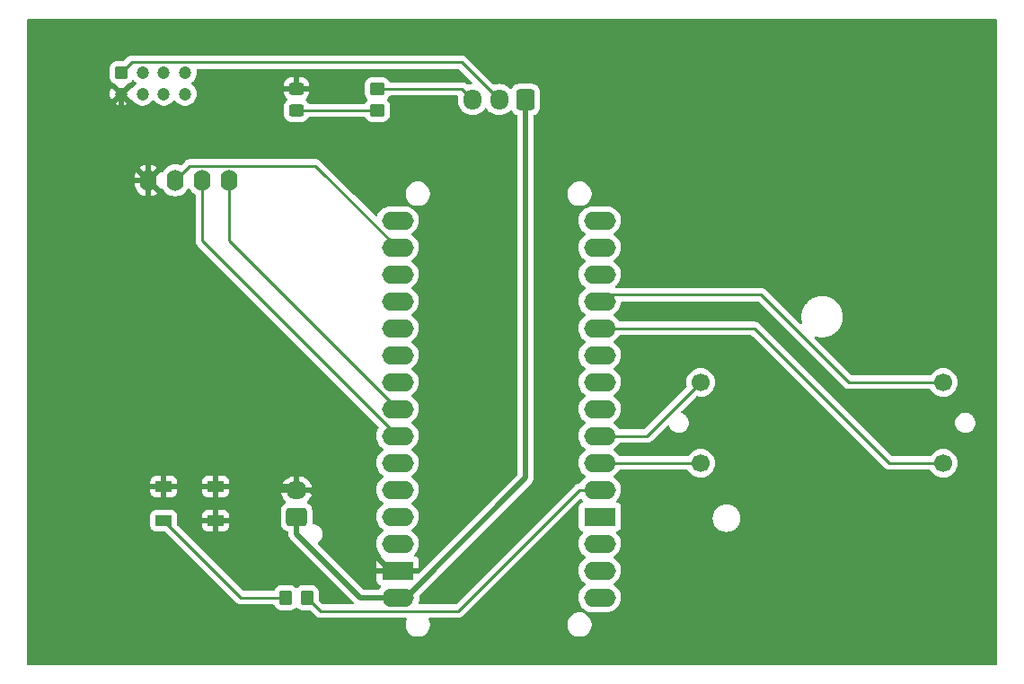
<source format=gbr>
%TF.GenerationSoftware,KiCad,Pcbnew,7.0.10*%
%TF.CreationDate,2024-02-04T18:22:09-08:00*%
%TF.ProjectId,514 pcb design,35313420-7063-4622-9064-657369676e2e,rev?*%
%TF.SameCoordinates,Original*%
%TF.FileFunction,Copper,L1,Top*%
%TF.FilePolarity,Positive*%
%FSLAX46Y46*%
G04 Gerber Fmt 4.6, Leading zero omitted, Abs format (unit mm)*
G04 Created by KiCad (PCBNEW 7.0.10) date 2024-02-04 18:22:09*
%MOMM*%
%LPD*%
G01*
G04 APERTURE LIST*
G04 Aperture macros list*
%AMRoundRect*
0 Rectangle with rounded corners*
0 $1 Rounding radius*
0 $2 $3 $4 $5 $6 $7 $8 $9 X,Y pos of 4 corners*
0 Add a 4 corners polygon primitive as box body*
4,1,4,$2,$3,$4,$5,$6,$7,$8,$9,$2,$3,0*
0 Add four circle primitives for the rounded corners*
1,1,$1+$1,$2,$3*
1,1,$1+$1,$4,$5*
1,1,$1+$1,$6,$7*
1,1,$1+$1,$8,$9*
0 Add four rect primitives between the rounded corners*
20,1,$1+$1,$2,$3,$4,$5,0*
20,1,$1+$1,$4,$5,$6,$7,0*
20,1,$1+$1,$6,$7,$8,$9,0*
20,1,$1+$1,$8,$9,$2,$3,0*%
G04 Aperture macros list end*
%TA.AperFunction,ComponentPad*%
%ADD10O,1.600000X2.000000*%
%TD*%
%TA.AperFunction,SMDPad,CuDef*%
%ADD11O,2.997200X1.727200*%
%TD*%
%TA.AperFunction,SMDPad,CuDef*%
%ADD12R,2.997200X1.727200*%
%TD*%
%TA.AperFunction,SMDPad,CuDef*%
%ADD13RoundRect,0.250000X0.450000X-0.350000X0.450000X0.350000X-0.450000X0.350000X-0.450000X-0.350000X0*%
%TD*%
%TA.AperFunction,SMDPad,CuDef*%
%ADD14R,1.500000X1.000000*%
%TD*%
%TA.AperFunction,ComponentPad*%
%ADD15O,1.950000X1.700000*%
%TD*%
%TA.AperFunction,ComponentPad*%
%ADD16RoundRect,0.250000X0.725000X-0.600000X0.725000X0.600000X-0.725000X0.600000X-0.725000X-0.600000X0*%
%TD*%
%TA.AperFunction,ComponentPad*%
%ADD17RoundRect,0.250000X-0.350000X-0.350000X0.350000X-0.350000X0.350000X0.350000X-0.350000X0.350000X0*%
%TD*%
%TA.AperFunction,ComponentPad*%
%ADD18C,1.200000*%
%TD*%
%TA.AperFunction,ComponentPad*%
%ADD19C,1.700000*%
%TD*%
%TA.AperFunction,ComponentPad*%
%ADD20O,1.700000X1.950000*%
%TD*%
%TA.AperFunction,ComponentPad*%
%ADD21RoundRect,0.250000X0.600000X0.725000X-0.600000X0.725000X-0.600000X-0.725000X0.600000X-0.725000X0*%
%TD*%
%TA.AperFunction,SMDPad,CuDef*%
%ADD22RoundRect,0.250000X-0.450000X0.325000X-0.450000X-0.325000X0.450000X-0.325000X0.450000X0.325000X0*%
%TD*%
%TA.AperFunction,SMDPad,CuDef*%
%ADD23RoundRect,0.250000X-0.350000X-0.450000X0.350000X-0.450000X0.350000X0.450000X-0.350000X0.450000X0*%
%TD*%
%TA.AperFunction,Conductor*%
%ADD24C,0.254000*%
%TD*%
%TA.AperFunction,Conductor*%
%ADD25C,0.500000*%
%TD*%
G04 APERTURE END LIST*
D10*
%TO.P,Brd1,4,SDA*%
%TO.N,/SDA*%
X102870000Y-68580000D03*
%TO.P,Brd1,3,SCL*%
%TO.N,/SCL*%
X100330000Y-68580000D03*
%TO.P,Brd1,2,VCC*%
%TO.N,/3v3*%
X97790000Y-68580000D03*
%TO.P,Brd1,1,GND*%
%TO.N,GND*%
X95250000Y-68580000D03*
%TD*%
D11*
%TO.P,A2,3V3,3.3V*%
%TO.N,/3v3*%
X118745000Y-74930000D03*
%TO.P,A2,5V,5V*%
%TO.N,unconnected-(A2-Pad5V)*%
X118745000Y-100330000D03*
%TO.P,A2,A0,A0*%
%TO.N,/A0*%
X118745000Y-80010000D03*
%TO.P,A2,A1,A1*%
%TO.N,/A1*%
X118745000Y-82550000D03*
%TO.P,A2,A2,A2*%
%TO.N,unconnected-(A2-PadA2)*%
X118745000Y-85090000D03*
%TO.P,A2,A3,A3*%
%TO.N,unconnected-(A2-PadA3)*%
X118745000Y-87630000D03*
%TO.P,A2,A4,A4/SDA*%
%TO.N,/SDA*%
X118745000Y-90170000D03*
%TO.P,A2,A5,A5/SCL*%
%TO.N,/SCL*%
X118745000Y-92710000D03*
%TO.P,A2,A6,A6*%
%TO.N,unconnected-(A2-PadA6)*%
X118745000Y-95250000D03*
%TO.P,A2,A7,A7*%
%TO.N,unconnected-(A2-PadA7)*%
X118745000Y-97790000D03*
%TO.P,A2,B0,B0*%
%TO.N,unconnected-(A2-PadB0)*%
X118745000Y-77470000D03*
%TO.P,A2,B1,B1*%
%TO.N,unconnected-(A2-PadB1)*%
X118745000Y-102870000D03*
%TO.P,A2,D0,D0/RX*%
%TO.N,unconnected-(A2-D0{slash}RX-PadD0)*%
X137795000Y-105410000D03*
%TO.P,A2,D1,D1/TX*%
%TO.N,unconnected-(A2-D1{slash}TX-PadD1)*%
X137795000Y-107950000D03*
%TO.P,A2,D2,D2*%
%TO.N,/D2*%
X137795000Y-97790000D03*
%TO.P,A2,D3,D3*%
%TO.N,/D3*%
X137795000Y-95250000D03*
%TO.P,A2,D4,D4*%
%TO.N,/D4*%
X137795000Y-92710000D03*
%TO.P,A2,D5,D5*%
%TO.N,unconnected-(A2-PadD5)*%
X137795000Y-90170000D03*
%TO.P,A2,D6,D6*%
%TO.N,unconnected-(A2-PadD6)*%
X137795000Y-87630000D03*
%TO.P,A2,D7,D7*%
%TO.N,unconnected-(A2-PadD7)*%
X137795000Y-85090000D03*
%TO.P,A2,D8,D8*%
%TO.N,/D8*%
X137795000Y-82550000D03*
%TO.P,A2,D9,D9*%
%TO.N,/D9*%
X137795000Y-80010000D03*
%TO.P,A2,D10,D10*%
%TO.N,unconnected-(A2-PadD10)*%
X137795000Y-77470000D03*
%TO.P,A2,D11,D11_MOSI*%
%TO.N,unconnected-(A2-D11_MOSI-PadD11)*%
X137795000Y-74930000D03*
%TO.P,A2,D12,D12_MISO*%
%TO.N,unconnected-(A2-D12_MISO-PadD12)*%
X137795000Y-72390000D03*
%TO.P,A2,D13,D13_SCK*%
%TO.N,unconnected-(A2-D13_SCK-PadD13)*%
X118745000Y-72390000D03*
D12*
%TO.P,A2,GND1,GND*%
%TO.N,unconnected-(A2-GND-PadGND1)*%
X137795000Y-100330000D03*
%TO.P,A2,GND2,GND*%
%TO.N,GND*%
X118745000Y-105410000D03*
D11*
%TO.P,A2,RST,~{RESET}*%
%TO.N,unconnected-(A2-~{RESET}-PadRST)*%
X137795000Y-102870000D03*
%TO.P,A2,VIN,VIN*%
%TO.N,/Vin*%
X118745000Y-107950000D03*
%TD*%
D13*
%TO.P,R2,2*%
%TO.N,Net-(SW1-C)*%
X116840000Y-59960000D03*
%TO.P,R2,1*%
%TO.N,Net-(D2-A)*%
X116840000Y-61960000D03*
%TD*%
D14*
%TO.P,D1,4,A*%
%TO.N,Net-(D1-A)*%
X96700000Y-100660000D03*
%TO.P,D1,3,BK*%
%TO.N,GND*%
X96700000Y-97460000D03*
%TO.P,D1,2,GK*%
X101600000Y-97460000D03*
%TO.P,D1,1,RK*%
X101600000Y-100660000D03*
%TD*%
D15*
%TO.P,J1,2,Pin_2*%
%TO.N,GND*%
X109220000Y-97830000D03*
D16*
%TO.P,J1,1,Pin_1*%
%TO.N,/Vin*%
X109220000Y-100330000D03*
%TD*%
D17*
%TO.P,BT1,1,+*%
%TO.N,Net-(BT1-+)*%
X92710000Y-58420000D03*
D18*
%TO.P,BT1,2,-*%
%TO.N,GND*%
X92710000Y-60420000D03*
%TO.P,BT1,3*%
%TO.N,N/C*%
X94710000Y-58420000D03*
%TO.P,BT1,4*%
X94710000Y-60420000D03*
%TO.P,BT1,5*%
X96710000Y-58420000D03*
%TO.P,BT1,6*%
X96710000Y-60420000D03*
%TO.P,BT1,7*%
X98710000Y-58420000D03*
%TO.P,BT1,8*%
X98710000Y-60420000D03*
%TD*%
D19*
%TO.P,M1,4*%
%TO.N,/D4*%
X147320000Y-87630000D03*
%TO.P,M1,3*%
%TO.N,/D3*%
X147320000Y-95250000D03*
%TO.P,M1,2,-*%
%TO.N,/D8*%
X170180000Y-95250000D03*
%TO.P,M1,1*%
%TO.N,/D9*%
X170180000Y-87630000D03*
%TD*%
D20*
%TO.P,SW1,3,C*%
%TO.N,Net-(SW1-C)*%
X125810000Y-60960000D03*
%TO.P,SW1,2,B*%
%TO.N,Net-(BT1-+)*%
X128310000Y-60960000D03*
D21*
%TO.P,SW1,1,A*%
%TO.N,/Vin*%
X130810000Y-60960000D03*
%TD*%
D22*
%TO.P,D2,1,K*%
%TO.N,GND*%
X109220000Y-59935000D03*
%TO.P,D2,2,A*%
%TO.N,Net-(D2-A)*%
X109220000Y-61985000D03*
%TD*%
D23*
%TO.P,R1,2*%
%TO.N,/D2*%
X110220000Y-107950000D03*
%TO.P,R1,1*%
%TO.N,Net-(D1-A)*%
X108220000Y-107950000D03*
%TD*%
D24*
%TO.N,Net-(D2-A)*%
X109220000Y-61985000D02*
X116815000Y-61985000D01*
X116815000Y-61985000D02*
X116840000Y-61960000D01*
%TO.N,Net-(SW1-C)*%
X116840000Y-59960000D02*
X124810000Y-59960000D01*
X124810000Y-59960000D02*
X125810000Y-60960000D01*
%TO.N,Net-(D1-A)*%
X96700000Y-100660000D02*
X103990000Y-107950000D01*
X103990000Y-107950000D02*
X108220000Y-107950000D01*
D25*
%TO.N,GND*%
X96700000Y-97460000D02*
X101600000Y-97460000D01*
D24*
%TO.N,/3v3*%
X111014000Y-67199000D02*
X118745000Y-74930000D01*
X99171000Y-67199000D02*
X111014000Y-67199000D01*
X97790000Y-68580000D02*
X99171000Y-67199000D01*
%TO.N,/SCL*%
X100330000Y-74295000D02*
X118745000Y-92710000D01*
X100330000Y-68580000D02*
X100330000Y-74295000D01*
%TO.N,/SDA*%
X102870000Y-68580000D02*
X102870000Y-74295000D01*
X102870000Y-74295000D02*
X118745000Y-90170000D01*
%TO.N,/D4*%
X142240000Y-92710000D02*
X147320000Y-87630000D01*
X137795000Y-92710000D02*
X142240000Y-92710000D01*
%TO.N,/D9*%
X138444516Y-79360484D02*
X137795000Y-80010000D01*
X161290000Y-87630000D02*
X153020484Y-79360484D01*
X153020484Y-79360484D02*
X138444516Y-79360484D01*
X170180000Y-87630000D02*
X161290000Y-87630000D01*
%TO.N,/D8*%
X152400000Y-82550000D02*
X137795000Y-82550000D01*
X165100000Y-95250000D02*
X152400000Y-82550000D01*
X170180000Y-95250000D02*
X165100000Y-95250000D01*
%TO.N,/D2*%
X124485400Y-109194600D02*
X135890000Y-97790000D01*
X135890000Y-97790000D02*
X137795000Y-97790000D01*
X110220000Y-107950000D02*
X111464600Y-109194600D01*
X111464600Y-109194600D02*
X124485400Y-109194600D01*
D25*
%TO.N,/Vin*%
X119510000Y-107950000D02*
X118745000Y-107950000D01*
X130810000Y-96650000D02*
X119510000Y-107950000D01*
X130810000Y-60960000D02*
X130810000Y-96650000D01*
D24*
%TO.N,Net-(BT1-+)*%
X124789000Y-57439000D02*
X128310000Y-60960000D01*
X93691000Y-57439000D02*
X124789000Y-57439000D01*
X92710000Y-58420000D02*
X93691000Y-57439000D01*
D25*
%TO.N,GND*%
X103895000Y-59935000D02*
X109220000Y-59935000D01*
X95250000Y-68580000D02*
X103895000Y-59935000D01*
%TO.N,/Vin*%
X109220000Y-101920990D02*
X109220000Y-100330000D01*
X115249010Y-107950000D02*
X109220000Y-101920990D01*
X118745000Y-107950000D02*
X115249010Y-107950000D01*
%TO.N,GND*%
X110530000Y-97830000D02*
X109220000Y-97830000D01*
X118110000Y-105410000D02*
X110530000Y-97830000D01*
X118745000Y-105410000D02*
X118110000Y-105410000D01*
X108850000Y-97460000D02*
X109220000Y-97830000D01*
X101600000Y-97460000D02*
X108850000Y-97460000D01*
%TO.N,unconnected-(A2-GND-PadGND1)*%
X138430000Y-100330000D02*
X137795000Y-100330000D01*
D24*
%TO.N,/D3*%
X137795000Y-95250000D02*
X147320000Y-95250000D01*
D25*
%TO.N,GND*%
X96700000Y-70030000D02*
X95250000Y-68580000D01*
X96700000Y-97460000D02*
X96700000Y-70030000D01*
%TO.N,/Vin*%
X118745000Y-107950000D02*
X120089899Y-107950000D01*
%TO.N,GND*%
X92710000Y-66040000D02*
X92710000Y-60420000D01*
X95250000Y-68580000D02*
X92710000Y-66040000D01*
%TD*%
%TA.AperFunction,Conductor*%
%TO.N,GND*%
G36*
X93875782Y-59146815D02*
G01*
X93888995Y-59160689D01*
X93889375Y-59160344D01*
X93893236Y-59164580D01*
X94012822Y-59273596D01*
X94043959Y-59301981D01*
X94061457Y-59312815D01*
X94064296Y-59314573D01*
X94110931Y-59366601D01*
X94122035Y-59435583D01*
X94094082Y-59499617D01*
X94064296Y-59525427D01*
X94043957Y-59538020D01*
X93893236Y-59675419D01*
X93806206Y-59790665D01*
X93750097Y-59832300D01*
X93698669Y-59839640D01*
X93647465Y-59836087D01*
X93088338Y-60395214D01*
X93088886Y-60388605D01*
X93058163Y-60267281D01*
X92989711Y-60162508D01*
X92890948Y-60085637D01*
X92772576Y-60045000D01*
X92731447Y-60045000D01*
X93272254Y-59504190D01*
X93320927Y-59474168D01*
X93379334Y-59454814D01*
X93528656Y-59362712D01*
X93652712Y-59238656D01*
X93690790Y-59176920D01*
X93742737Y-59130195D01*
X93811699Y-59118972D01*
X93875782Y-59146815D01*
G37*
%TD.AperFunction*%
%TA.AperFunction,Conductor*%
G36*
X175202539Y-53360185D02*
G01*
X175248294Y-53412989D01*
X175259500Y-53464500D01*
X175259500Y-114175500D01*
X175239815Y-114242539D01*
X175187011Y-114288294D01*
X175135500Y-114299500D01*
X83944500Y-114299500D01*
X83877461Y-114279815D01*
X83831706Y-114227011D01*
X83820500Y-114175500D01*
X83820500Y-97710000D01*
X95450000Y-97710000D01*
X95450000Y-98007844D01*
X95456401Y-98067372D01*
X95456403Y-98067379D01*
X95506645Y-98202086D01*
X95506649Y-98202093D01*
X95592809Y-98317187D01*
X95592812Y-98317190D01*
X95707906Y-98403350D01*
X95707913Y-98403354D01*
X95842620Y-98453596D01*
X95842627Y-98453598D01*
X95902155Y-98459999D01*
X95902172Y-98460000D01*
X96450000Y-98460000D01*
X96450000Y-97710000D01*
X96950000Y-97710000D01*
X96950000Y-98460000D01*
X97497828Y-98460000D01*
X97497844Y-98459999D01*
X97557372Y-98453598D01*
X97557379Y-98453596D01*
X97692086Y-98403354D01*
X97692093Y-98403350D01*
X97807187Y-98317190D01*
X97807190Y-98317187D01*
X97893350Y-98202093D01*
X97893354Y-98202086D01*
X97943596Y-98067379D01*
X97943598Y-98067372D01*
X97949999Y-98007844D01*
X97950000Y-98007827D01*
X97950000Y-97710000D01*
X100350000Y-97710000D01*
X100350000Y-98007844D01*
X100356401Y-98067372D01*
X100356403Y-98067379D01*
X100406645Y-98202086D01*
X100406649Y-98202093D01*
X100492809Y-98317187D01*
X100492812Y-98317190D01*
X100607906Y-98403350D01*
X100607913Y-98403354D01*
X100742620Y-98453596D01*
X100742627Y-98453598D01*
X100802155Y-98459999D01*
X100802172Y-98460000D01*
X101350000Y-98460000D01*
X101350000Y-97710000D01*
X101850000Y-97710000D01*
X101850000Y-98460000D01*
X102397828Y-98460000D01*
X102397844Y-98459999D01*
X102457372Y-98453598D01*
X102457379Y-98453596D01*
X102592086Y-98403354D01*
X102592093Y-98403350D01*
X102707187Y-98317190D01*
X102707190Y-98317187D01*
X102793350Y-98202093D01*
X102793354Y-98202086D01*
X102843596Y-98067379D01*
X102843598Y-98067372D01*
X102849999Y-98007844D01*
X102850000Y-98007827D01*
X102850000Y-97710000D01*
X101850000Y-97710000D01*
X101350000Y-97710000D01*
X100350000Y-97710000D01*
X97950000Y-97710000D01*
X96950000Y-97710000D01*
X96450000Y-97710000D01*
X95450000Y-97710000D01*
X83820500Y-97710000D01*
X83820500Y-97210000D01*
X95450000Y-97210000D01*
X96450000Y-97210000D01*
X96450000Y-96460000D01*
X96950000Y-96460000D01*
X96950000Y-97210000D01*
X97950000Y-97210000D01*
X100350000Y-97210000D01*
X101350000Y-97210000D01*
X101350000Y-96460000D01*
X101850000Y-96460000D01*
X101850000Y-97210000D01*
X102850000Y-97210000D01*
X102850000Y-96912172D01*
X102849999Y-96912155D01*
X102843598Y-96852627D01*
X102843596Y-96852620D01*
X102793354Y-96717913D01*
X102793350Y-96717906D01*
X102707190Y-96602812D01*
X102707187Y-96602809D01*
X102592093Y-96516649D01*
X102592086Y-96516645D01*
X102457379Y-96466403D01*
X102457372Y-96466401D01*
X102397844Y-96460000D01*
X101850000Y-96460000D01*
X101350000Y-96460000D01*
X100802155Y-96460000D01*
X100742627Y-96466401D01*
X100742620Y-96466403D01*
X100607913Y-96516645D01*
X100607906Y-96516649D01*
X100492812Y-96602809D01*
X100492809Y-96602812D01*
X100406649Y-96717906D01*
X100406645Y-96717913D01*
X100356403Y-96852620D01*
X100356401Y-96852627D01*
X100350000Y-96912155D01*
X100350000Y-97210000D01*
X97950000Y-97210000D01*
X97950000Y-96912172D01*
X97949999Y-96912155D01*
X97943598Y-96852627D01*
X97943596Y-96852620D01*
X97893354Y-96717913D01*
X97893350Y-96717906D01*
X97807190Y-96602812D01*
X97807187Y-96602809D01*
X97692093Y-96516649D01*
X97692086Y-96516645D01*
X97557379Y-96466403D01*
X97557372Y-96466401D01*
X97497844Y-96460000D01*
X96950000Y-96460000D01*
X96450000Y-96460000D01*
X95902155Y-96460000D01*
X95842627Y-96466401D01*
X95842620Y-96466403D01*
X95707913Y-96516645D01*
X95707906Y-96516649D01*
X95592812Y-96602809D01*
X95592809Y-96602812D01*
X95506649Y-96717906D01*
X95506645Y-96717913D01*
X95456403Y-96852620D01*
X95456401Y-96852627D01*
X95450000Y-96912155D01*
X95450000Y-97210000D01*
X83820500Y-97210000D01*
X83820500Y-68836766D01*
X93950000Y-68836766D01*
X93964858Y-69006599D01*
X93964860Y-69006610D01*
X94023730Y-69226317D01*
X94023734Y-69226326D01*
X94119865Y-69432482D01*
X94250342Y-69618820D01*
X94411179Y-69779657D01*
X94597517Y-69910134D01*
X94803673Y-70006265D01*
X94803682Y-70006269D01*
X94999999Y-70058872D01*
X95000000Y-70058871D01*
X95000000Y-69015501D01*
X95107685Y-69064680D01*
X95214237Y-69080000D01*
X95285763Y-69080000D01*
X95392315Y-69064680D01*
X95500000Y-69015501D01*
X95500000Y-70058872D01*
X95696317Y-70006269D01*
X95696326Y-70006265D01*
X95902482Y-69910134D01*
X96088820Y-69779657D01*
X96249657Y-69618820D01*
X96380132Y-69432484D01*
X96407341Y-69374134D01*
X96453513Y-69321695D01*
X96520707Y-69302542D01*
X96587588Y-69322757D01*
X96632106Y-69374133D01*
X96659431Y-69432732D01*
X96659432Y-69432734D01*
X96789954Y-69619141D01*
X96950858Y-69780045D01*
X96950861Y-69780047D01*
X97137266Y-69910568D01*
X97343504Y-70006739D01*
X97563308Y-70065635D01*
X97725230Y-70079801D01*
X97789998Y-70085468D01*
X97790000Y-70085468D01*
X97790002Y-70085468D01*
X97846673Y-70080509D01*
X98016692Y-70065635D01*
X98236496Y-70006739D01*
X98442734Y-69910568D01*
X98629139Y-69780047D01*
X98790047Y-69619139D01*
X98920568Y-69432734D01*
X98947618Y-69374724D01*
X98993790Y-69322285D01*
X99060983Y-69303133D01*
X99127865Y-69323348D01*
X99172382Y-69374725D01*
X99199429Y-69432728D01*
X99199432Y-69432734D01*
X99329954Y-69619141D01*
X99490858Y-69780045D01*
X99649623Y-69891212D01*
X99693248Y-69945788D01*
X99702500Y-69992787D01*
X99702500Y-74212032D01*
X99700772Y-74227681D01*
X99701054Y-74227708D01*
X99700319Y-74235475D01*
X99702439Y-74302917D01*
X99702500Y-74306811D01*
X99702500Y-74334476D01*
X99703006Y-74338485D01*
X99703921Y-74350116D01*
X99705298Y-74393942D01*
X99710916Y-74413275D01*
X99714862Y-74432329D01*
X99717383Y-74452287D01*
X99717386Y-74452299D01*
X99733519Y-74493048D01*
X99737302Y-74504098D01*
X99749530Y-74546187D01*
X99749530Y-74546188D01*
X99759777Y-74563515D01*
X99768335Y-74580985D01*
X99775745Y-74599701D01*
X99801511Y-74635164D01*
X99807925Y-74644929D01*
X99830234Y-74682652D01*
X99830240Y-74682660D01*
X99844469Y-74696888D01*
X99857106Y-74711684D01*
X99868937Y-74727967D01*
X99902717Y-74755912D01*
X99911346Y-74763765D01*
X116951838Y-91804257D01*
X116985323Y-91865580D01*
X116980339Y-91935272D01*
X116963855Y-91965670D01*
X116944230Y-91992205D01*
X116839693Y-92199542D01*
X116839690Y-92199548D01*
X116771695Y-92421576D01*
X116742202Y-92651897D01*
X116752056Y-92883887D01*
X116752056Y-92883891D01*
X116800977Y-93110885D01*
X116800978Y-93110888D01*
X116886058Y-93322615D01*
X116887556Y-93326343D01*
X117009302Y-93524072D01*
X117162714Y-93698381D01*
X117343376Y-93844255D01*
X117343381Y-93844259D01*
X117392296Y-93871584D01*
X117441223Y-93921463D01*
X117455416Y-93989876D01*
X117430369Y-94055102D01*
X117401260Y-94082573D01*
X117249948Y-94184842D01*
X117082305Y-94345515D01*
X117082304Y-94345516D01*
X116944231Y-94532202D01*
X116839693Y-94739542D01*
X116839690Y-94739548D01*
X116771695Y-94961576D01*
X116742202Y-95191897D01*
X116752056Y-95423887D01*
X116752056Y-95423891D01*
X116800977Y-95650885D01*
X116800978Y-95650888D01*
X116887554Y-95866339D01*
X116887556Y-95866343D01*
X117009302Y-96064072D01*
X117162714Y-96238381D01*
X117332471Y-96375450D01*
X117343376Y-96384255D01*
X117343381Y-96384259D01*
X117392296Y-96411584D01*
X117441223Y-96461463D01*
X117455416Y-96529876D01*
X117430369Y-96595102D01*
X117401260Y-96622573D01*
X117249948Y-96724842D01*
X117082305Y-96885515D01*
X117082304Y-96885516D01*
X116944231Y-97072202D01*
X116839693Y-97279542D01*
X116839690Y-97279548D01*
X116771695Y-97501576D01*
X116742202Y-97731897D01*
X116752056Y-97963887D01*
X116752056Y-97963891D01*
X116800977Y-98190885D01*
X116800978Y-98190888D01*
X116851730Y-98317187D01*
X116887556Y-98406343D01*
X117009302Y-98604072D01*
X117162714Y-98778381D01*
X117319804Y-98905222D01*
X117343376Y-98924255D01*
X117343381Y-98924259D01*
X117392296Y-98951584D01*
X117441223Y-99001463D01*
X117455416Y-99069876D01*
X117430369Y-99135102D01*
X117401260Y-99162573D01*
X117249948Y-99264842D01*
X117082305Y-99425515D01*
X117082304Y-99425516D01*
X116944231Y-99612202D01*
X116839693Y-99819542D01*
X116839690Y-99819548D01*
X116771695Y-100041576D01*
X116742202Y-100271897D01*
X116752056Y-100503887D01*
X116752056Y-100503891D01*
X116800977Y-100730885D01*
X116800978Y-100730888D01*
X116887554Y-100946339D01*
X116887556Y-100946343D01*
X117009302Y-101144072D01*
X117162714Y-101318381D01*
X117313395Y-101440047D01*
X117343376Y-101464255D01*
X117343381Y-101464259D01*
X117392296Y-101491584D01*
X117441223Y-101541463D01*
X117455416Y-101609876D01*
X117430369Y-101675102D01*
X117401260Y-101702573D01*
X117249948Y-101804842D01*
X117082305Y-101965515D01*
X117082304Y-101965516D01*
X116944231Y-102152202D01*
X116839693Y-102359542D01*
X116839690Y-102359548D01*
X116771695Y-102581576D01*
X116742202Y-102811897D01*
X116752056Y-103043887D01*
X116752056Y-103043891D01*
X116800977Y-103270885D01*
X116800978Y-103270888D01*
X116845005Y-103380452D01*
X116887556Y-103486343D01*
X117009302Y-103684072D01*
X117009303Y-103684073D01*
X117166194Y-103862335D01*
X117164435Y-103863882D01*
X117194288Y-103915942D01*
X117190759Y-103985722D01*
X117150063Y-104042517D01*
X117117032Y-104061004D01*
X117004311Y-104103046D01*
X117004306Y-104103049D01*
X116889212Y-104189209D01*
X116889209Y-104189212D01*
X116803049Y-104304306D01*
X116803045Y-104304313D01*
X116752803Y-104439020D01*
X116752801Y-104439027D01*
X116746400Y-104498555D01*
X116746400Y-105160000D01*
X120743600Y-105160000D01*
X120743600Y-104498572D01*
X120743599Y-104498555D01*
X120737198Y-104439027D01*
X120737196Y-104439020D01*
X120686954Y-104304313D01*
X120686950Y-104304306D01*
X120600790Y-104189212D01*
X120600787Y-104189209D01*
X120485693Y-104103049D01*
X120485688Y-104103046D01*
X120367836Y-104059090D01*
X120311903Y-104017218D01*
X120287486Y-103951754D01*
X120302338Y-103883481D01*
X120325366Y-103853389D01*
X120407694Y-103774485D01*
X120545771Y-103587793D01*
X120650310Y-103380452D01*
X120718304Y-103158427D01*
X120747798Y-102928103D01*
X120737943Y-102696109D01*
X120689023Y-102469116D01*
X120602444Y-102253657D01*
X120480698Y-102055928D01*
X120327286Y-101881619D01*
X120146623Y-101735744D01*
X120146623Y-101735743D01*
X120097702Y-101708415D01*
X120048776Y-101658535D01*
X120034583Y-101590122D01*
X120059630Y-101524896D01*
X120088740Y-101497426D01*
X120240047Y-101395160D01*
X120240050Y-101395158D01*
X120240049Y-101395158D01*
X120240053Y-101395156D01*
X120407694Y-101234485D01*
X120545771Y-101047793D01*
X120650310Y-100840452D01*
X120718304Y-100618427D01*
X120747798Y-100388103D01*
X120745180Y-100326483D01*
X120737943Y-100156112D01*
X120737943Y-100156108D01*
X120715640Y-100052620D01*
X120689023Y-99929116D01*
X120602444Y-99713657D01*
X120480698Y-99515928D01*
X120327286Y-99341619D01*
X120146623Y-99195744D01*
X120146623Y-99195743D01*
X120097702Y-99168415D01*
X120048776Y-99118535D01*
X120034583Y-99050122D01*
X120059630Y-98984896D01*
X120088740Y-98957426D01*
X120240047Y-98855160D01*
X120240050Y-98855158D01*
X120240049Y-98855158D01*
X120240053Y-98855156D01*
X120407694Y-98694485D01*
X120545771Y-98507793D01*
X120650310Y-98300452D01*
X120718304Y-98078427D01*
X120747798Y-97848103D01*
X120737943Y-97616109D01*
X120689023Y-97389116D01*
X120602444Y-97173657D01*
X120480698Y-96975928D01*
X120327286Y-96801619D01*
X120146623Y-96655744D01*
X120146623Y-96655743D01*
X120097702Y-96628415D01*
X120048776Y-96578535D01*
X120034583Y-96510122D01*
X120059630Y-96444896D01*
X120088740Y-96417426D01*
X120240047Y-96315160D01*
X120240050Y-96315158D01*
X120240049Y-96315158D01*
X120240053Y-96315156D01*
X120407694Y-96154485D01*
X120545771Y-95967793D01*
X120650310Y-95760452D01*
X120718304Y-95538427D01*
X120747798Y-95308103D01*
X120737943Y-95076109D01*
X120689023Y-94849116D01*
X120602444Y-94633657D01*
X120480698Y-94435928D01*
X120327286Y-94261619D01*
X120146623Y-94115744D01*
X120146623Y-94115743D01*
X120097702Y-94088415D01*
X120048776Y-94038535D01*
X120034583Y-93970122D01*
X120059630Y-93904896D01*
X120088740Y-93877426D01*
X120240047Y-93775160D01*
X120240050Y-93775158D01*
X120240049Y-93775158D01*
X120240053Y-93775156D01*
X120407694Y-93614485D01*
X120545771Y-93427793D01*
X120650310Y-93220452D01*
X120718304Y-92998427D01*
X120747798Y-92768103D01*
X120737943Y-92536109D01*
X120689023Y-92309116D01*
X120602444Y-92093657D01*
X120480698Y-91895928D01*
X120327286Y-91721619D01*
X120146623Y-91575744D01*
X120146623Y-91575743D01*
X120097702Y-91548415D01*
X120048776Y-91498535D01*
X120034583Y-91430122D01*
X120059630Y-91364896D01*
X120088740Y-91337426D01*
X120240047Y-91235160D01*
X120240050Y-91235158D01*
X120240049Y-91235158D01*
X120240053Y-91235156D01*
X120407694Y-91074485D01*
X120545771Y-90887793D01*
X120650310Y-90680452D01*
X120718304Y-90458427D01*
X120747798Y-90228103D01*
X120737943Y-89996109D01*
X120689023Y-89769116D01*
X120602444Y-89553657D01*
X120480698Y-89355928D01*
X120327286Y-89181619D01*
X120146623Y-89035744D01*
X120146623Y-89035743D01*
X120097702Y-89008415D01*
X120048776Y-88958535D01*
X120034583Y-88890122D01*
X120059630Y-88824896D01*
X120088740Y-88797426D01*
X120240047Y-88695160D01*
X120240050Y-88695158D01*
X120240049Y-88695158D01*
X120240053Y-88695156D01*
X120407694Y-88534485D01*
X120545771Y-88347793D01*
X120650310Y-88140452D01*
X120718304Y-87918427D01*
X120747798Y-87688103D01*
X120737943Y-87456109D01*
X120689023Y-87229116D01*
X120602444Y-87013657D01*
X120480698Y-86815928D01*
X120327286Y-86641619D01*
X120146623Y-86495744D01*
X120146623Y-86495743D01*
X120097702Y-86468415D01*
X120048776Y-86418535D01*
X120034583Y-86350122D01*
X120059630Y-86284896D01*
X120088740Y-86257426D01*
X120240047Y-86155160D01*
X120240050Y-86155158D01*
X120240049Y-86155158D01*
X120240053Y-86155156D01*
X120407694Y-85994485D01*
X120545771Y-85807793D01*
X120650310Y-85600452D01*
X120718304Y-85378427D01*
X120747798Y-85148103D01*
X120737943Y-84916109D01*
X120689023Y-84689116D01*
X120602444Y-84473657D01*
X120480698Y-84275928D01*
X120327286Y-84101619D01*
X120146623Y-83955744D01*
X120146623Y-83955743D01*
X120097702Y-83928415D01*
X120048776Y-83878535D01*
X120034583Y-83810122D01*
X120059630Y-83744896D01*
X120088740Y-83717426D01*
X120240047Y-83615160D01*
X120240050Y-83615158D01*
X120240049Y-83615158D01*
X120240053Y-83615156D01*
X120407694Y-83454485D01*
X120545771Y-83267793D01*
X120650310Y-83060452D01*
X120718304Y-82838427D01*
X120747798Y-82608103D01*
X120746734Y-82583065D01*
X120737943Y-82376112D01*
X120737943Y-82376108D01*
X120724503Y-82313748D01*
X120689023Y-82149116D01*
X120602444Y-81933657D01*
X120480698Y-81735928D01*
X120327286Y-81561619D01*
X120146623Y-81415744D01*
X120146623Y-81415743D01*
X120097702Y-81388415D01*
X120048776Y-81338535D01*
X120034583Y-81270122D01*
X120059630Y-81204896D01*
X120088740Y-81177426D01*
X120240047Y-81075160D01*
X120240050Y-81075158D01*
X120240049Y-81075158D01*
X120240053Y-81075156D01*
X120407694Y-80914485D01*
X120545771Y-80727793D01*
X120650310Y-80520452D01*
X120718304Y-80298427D01*
X120747798Y-80068103D01*
X120747427Y-80059380D01*
X120739139Y-79864260D01*
X120737943Y-79836109D01*
X120689023Y-79609116D01*
X120602444Y-79393657D01*
X120480698Y-79195928D01*
X120327286Y-79021619D01*
X120146623Y-78875744D01*
X120146623Y-78875743D01*
X120097702Y-78848415D01*
X120048776Y-78798535D01*
X120034583Y-78730122D01*
X120059630Y-78664896D01*
X120088740Y-78637426D01*
X120240047Y-78535160D01*
X120240050Y-78535158D01*
X120240049Y-78535158D01*
X120240053Y-78535156D01*
X120407694Y-78374485D01*
X120545771Y-78187793D01*
X120650310Y-77980452D01*
X120718304Y-77758427D01*
X120747798Y-77528103D01*
X120737943Y-77296109D01*
X120689023Y-77069116D01*
X120602444Y-76853657D01*
X120480698Y-76655928D01*
X120327286Y-76481619D01*
X120146623Y-76335744D01*
X120146623Y-76335743D01*
X120097702Y-76308415D01*
X120048776Y-76258535D01*
X120034583Y-76190122D01*
X120059630Y-76124896D01*
X120088740Y-76097426D01*
X120240047Y-75995160D01*
X120240050Y-75995158D01*
X120240049Y-75995158D01*
X120240053Y-75995156D01*
X120407694Y-75834485D01*
X120545771Y-75647793D01*
X120650310Y-75440452D01*
X120718304Y-75218427D01*
X120747798Y-74988103D01*
X120737943Y-74756109D01*
X120737898Y-74755902D01*
X120713982Y-74644929D01*
X120689023Y-74529116D01*
X120602444Y-74313657D01*
X120480698Y-74115928D01*
X120327286Y-73941619D01*
X120146623Y-73795744D01*
X120146623Y-73795743D01*
X120097702Y-73768415D01*
X120048776Y-73718535D01*
X120034583Y-73650122D01*
X120059630Y-73584896D01*
X120088740Y-73557426D01*
X120240047Y-73455160D01*
X120240050Y-73455158D01*
X120240049Y-73455158D01*
X120240053Y-73455156D01*
X120407694Y-73294485D01*
X120545771Y-73107793D01*
X120650310Y-72900452D01*
X120718304Y-72678427D01*
X120747798Y-72448103D01*
X120737943Y-72216109D01*
X120689023Y-71989116D01*
X120602444Y-71773657D01*
X120480698Y-71575928D01*
X120327286Y-71401619D01*
X120146623Y-71255744D01*
X120146623Y-71255743D01*
X119943908Y-71142499D01*
X119724973Y-71065145D01*
X119724968Y-71065143D01*
X119724966Y-71065143D01*
X119724962Y-71065142D01*
X119724961Y-71065142D01*
X119496110Y-71025900D01*
X119496102Y-71025900D01*
X118052052Y-71025900D01*
X118052033Y-71025900D01*
X117878636Y-71040658D01*
X117653921Y-71099170D01*
X117653917Y-71099171D01*
X117442339Y-71194810D01*
X117442327Y-71194817D01*
X117249948Y-71324842D01*
X117082305Y-71485515D01*
X117082304Y-71485516D01*
X116944231Y-71672202D01*
X116839690Y-71879548D01*
X116839688Y-71879552D01*
X116839661Y-71879642D01*
X116839639Y-71879675D01*
X116837726Y-71884436D01*
X116836757Y-71884046D01*
X116801202Y-71937975D01*
X116737311Y-71966255D01*
X116668273Y-71955503D01*
X116633419Y-71931000D01*
X114659029Y-69956610D01*
X119499500Y-69956610D01*
X119538679Y-70166198D01*
X119615702Y-70365019D01*
X119727948Y-70546302D01*
X119871593Y-70703872D01*
X120041746Y-70832367D01*
X120232606Y-70927403D01*
X120232608Y-70927403D01*
X120232611Y-70927405D01*
X120437690Y-70985756D01*
X120596806Y-71000500D01*
X120596810Y-71000500D01*
X120703190Y-71000500D01*
X120703194Y-71000500D01*
X120862310Y-70985756D01*
X121067389Y-70927405D01*
X121067393Y-70927403D01*
X121067394Y-70927403D01*
X121258253Y-70832367D01*
X121258253Y-70832366D01*
X121258255Y-70832366D01*
X121428407Y-70703872D01*
X121572052Y-70546302D01*
X121684298Y-70365019D01*
X121761321Y-70166198D01*
X121800500Y-69956610D01*
X121800500Y-69743390D01*
X121761321Y-69533802D01*
X121684298Y-69334981D01*
X121572052Y-69153698D01*
X121428407Y-68996128D01*
X121315413Y-68910798D01*
X121258253Y-68867632D01*
X121067393Y-68772596D01*
X120862310Y-68714244D01*
X120703194Y-68699500D01*
X120596806Y-68699500D01*
X120469513Y-68711295D01*
X120437689Y-68714244D01*
X120232607Y-68772596D01*
X120232605Y-68772596D01*
X120041746Y-68867632D01*
X119871593Y-68996127D01*
X119727947Y-69153699D01*
X119615702Y-69334980D01*
X119615701Y-69334982D01*
X119538680Y-69533799D01*
X119538679Y-69533802D01*
X119499500Y-69743390D01*
X119499500Y-69956610D01*
X114659029Y-69956610D01*
X111516376Y-66813957D01*
X111506531Y-66801668D01*
X111506313Y-66801849D01*
X111501340Y-66795838D01*
X111452153Y-66749648D01*
X111449354Y-66746935D01*
X111429797Y-66727377D01*
X111426607Y-66724903D01*
X111417716Y-66717310D01*
X111385768Y-66687308D01*
X111385763Y-66687304D01*
X111368122Y-66677606D01*
X111351857Y-66666922D01*
X111335963Y-66654593D01*
X111335962Y-66654592D01*
X111306662Y-66641912D01*
X111295735Y-66637184D01*
X111285247Y-66632045D01*
X111246838Y-66610929D01*
X111246828Y-66610926D01*
X111227334Y-66605920D01*
X111208933Y-66599620D01*
X111190459Y-66591626D01*
X111190452Y-66591624D01*
X111147173Y-66584770D01*
X111135733Y-66582401D01*
X111093279Y-66571500D01*
X111093272Y-66571500D01*
X111073142Y-66571500D01*
X111053743Y-66569973D01*
X111033868Y-66566825D01*
X111033867Y-66566825D01*
X110990230Y-66570950D01*
X110978561Y-66571500D01*
X99253967Y-66571500D01*
X99238318Y-66569772D01*
X99238292Y-66570054D01*
X99230524Y-66569319D01*
X99163081Y-66571439D01*
X99159187Y-66571500D01*
X99131523Y-66571500D01*
X99127514Y-66572006D01*
X99115884Y-66572921D01*
X99072056Y-66574298D01*
X99052713Y-66579918D01*
X99033669Y-66583862D01*
X99030709Y-66584235D01*
X99013707Y-66586384D01*
X99013703Y-66586385D01*
X99013700Y-66586386D01*
X98972950Y-66602519D01*
X98961906Y-66606300D01*
X98919809Y-66618531D01*
X98919806Y-66618533D01*
X98902480Y-66628779D01*
X98885010Y-66637337D01*
X98866298Y-66644745D01*
X98830826Y-66670516D01*
X98821066Y-66676927D01*
X98783346Y-66699234D01*
X98769106Y-66713474D01*
X98754320Y-66726102D01*
X98738033Y-66737936D01*
X98710090Y-66771712D01*
X98702229Y-66780350D01*
X98360326Y-67122253D01*
X98299003Y-67155738D01*
X98240552Y-67154347D01*
X98016697Y-67094366D01*
X98016693Y-67094365D01*
X98016692Y-67094365D01*
X98016691Y-67094364D01*
X98016686Y-67094364D01*
X97790002Y-67074532D01*
X97789998Y-67074532D01*
X97563313Y-67094364D01*
X97563302Y-67094366D01*
X97343511Y-67153258D01*
X97343502Y-67153261D01*
X97137267Y-67249431D01*
X97137265Y-67249432D01*
X96950858Y-67379954D01*
X96789954Y-67540858D01*
X96659433Y-67727264D01*
X96659432Y-67727266D01*
X96659315Y-67727518D01*
X96632106Y-67785867D01*
X96585933Y-67838306D01*
X96518739Y-67857457D01*
X96451858Y-67837241D01*
X96407342Y-67785865D01*
X96380135Y-67727520D01*
X96380134Y-67727518D01*
X96249657Y-67541179D01*
X96088820Y-67380342D01*
X95902482Y-67249865D01*
X95696328Y-67153734D01*
X95500000Y-67101127D01*
X95500000Y-68144498D01*
X95392315Y-68095320D01*
X95285763Y-68080000D01*
X95214237Y-68080000D01*
X95107685Y-68095320D01*
X95000000Y-68144498D01*
X95000000Y-67101127D01*
X94803671Y-67153734D01*
X94597517Y-67249865D01*
X94411179Y-67380342D01*
X94250342Y-67541179D01*
X94119865Y-67727517D01*
X94023734Y-67933673D01*
X94023730Y-67933682D01*
X93964860Y-68153389D01*
X93964858Y-68153400D01*
X93950000Y-68323233D01*
X93950000Y-68330000D01*
X94816314Y-68330000D01*
X94790507Y-68370156D01*
X94750000Y-68508111D01*
X94750000Y-68651889D01*
X94790507Y-68789844D01*
X94816314Y-68830000D01*
X93950000Y-68830000D01*
X93950000Y-68836766D01*
X83820500Y-68836766D01*
X83820500Y-60420000D01*
X91605287Y-60420000D01*
X91624096Y-60622989D01*
X91624097Y-60622992D01*
X91679883Y-60819063D01*
X91679886Y-60819069D01*
X91770751Y-61001551D01*
X91772533Y-61003911D01*
X92331661Y-60444784D01*
X92331114Y-60451395D01*
X92361837Y-60572719D01*
X92430289Y-60677492D01*
X92529052Y-60754363D01*
X92647424Y-60795000D01*
X92688553Y-60795000D01*
X92129311Y-61354240D01*
X92217585Y-61408897D01*
X92407678Y-61482539D01*
X92608072Y-61520000D01*
X92811928Y-61520000D01*
X93012322Y-61482539D01*
X93202412Y-61408899D01*
X93202416Y-61408897D01*
X93290686Y-61354241D01*
X93290686Y-61354240D01*
X92731448Y-60795000D01*
X92741073Y-60795000D01*
X92833446Y-60779586D01*
X92943514Y-60720019D01*
X93028278Y-60627941D01*
X93078551Y-60513330D01*
X93084545Y-60440992D01*
X93647465Y-61003912D01*
X93698683Y-61000363D01*
X93766923Y-61015365D01*
X93806210Y-61049339D01*
X93893237Y-61164580D01*
X94043958Y-61301980D01*
X94043960Y-61301982D01*
X94106441Y-61340668D01*
X94217363Y-61409348D01*
X94407544Y-61483024D01*
X94608024Y-61520500D01*
X94608026Y-61520500D01*
X94811974Y-61520500D01*
X94811976Y-61520500D01*
X95012456Y-61483024D01*
X95202637Y-61409348D01*
X95376041Y-61301981D01*
X95526764Y-61164579D01*
X95611046Y-61052970D01*
X95667155Y-61011335D01*
X95736867Y-61006644D01*
X95798049Y-61040386D01*
X95808951Y-61052967D01*
X95819766Y-61067289D01*
X95893237Y-61164581D01*
X96043958Y-61301980D01*
X96043960Y-61301982D01*
X96106441Y-61340668D01*
X96217363Y-61409348D01*
X96407544Y-61483024D01*
X96608024Y-61520500D01*
X96608026Y-61520500D01*
X96811974Y-61520500D01*
X96811976Y-61520500D01*
X97012456Y-61483024D01*
X97202637Y-61409348D01*
X97376041Y-61301981D01*
X97526764Y-61164579D01*
X97611046Y-61052970D01*
X97667155Y-61011335D01*
X97736867Y-61006644D01*
X97798049Y-61040386D01*
X97808951Y-61052967D01*
X97819766Y-61067289D01*
X97893237Y-61164581D01*
X98043958Y-61301980D01*
X98043960Y-61301982D01*
X98106441Y-61340668D01*
X98217363Y-61409348D01*
X98407544Y-61483024D01*
X98608024Y-61520500D01*
X98608026Y-61520500D01*
X98811974Y-61520500D01*
X98811976Y-61520500D01*
X99012456Y-61483024D01*
X99202637Y-61409348D01*
X99376041Y-61301981D01*
X99526764Y-61164579D01*
X99649673Y-61001821D01*
X99740582Y-60819250D01*
X99796397Y-60623083D01*
X99815215Y-60420000D01*
X99796397Y-60216917D01*
X99740582Y-60020750D01*
X99712124Y-59963599D01*
X99649804Y-59838443D01*
X99649673Y-59838179D01*
X99533998Y-59685000D01*
X108020000Y-59685000D01*
X108970000Y-59685000D01*
X108970000Y-58860000D01*
X109470000Y-58860000D01*
X109470000Y-59685000D01*
X110419999Y-59685000D01*
X110419999Y-59560028D01*
X110419998Y-59560013D01*
X110409505Y-59457302D01*
X110354358Y-59290880D01*
X110354356Y-59290875D01*
X110262315Y-59141654D01*
X110138345Y-59017684D01*
X109989124Y-58925643D01*
X109989119Y-58925641D01*
X109822697Y-58870494D01*
X109822690Y-58870493D01*
X109719986Y-58860000D01*
X109470000Y-58860000D01*
X108970000Y-58860000D01*
X108720029Y-58860000D01*
X108720012Y-58860001D01*
X108617302Y-58870494D01*
X108450880Y-58925641D01*
X108450875Y-58925643D01*
X108301654Y-59017684D01*
X108177684Y-59141654D01*
X108085643Y-59290875D01*
X108085641Y-59290880D01*
X108030494Y-59457302D01*
X108030493Y-59457309D01*
X108020000Y-59560013D01*
X108020000Y-59685000D01*
X99533998Y-59685000D01*
X99526764Y-59675421D01*
X99526762Y-59675418D01*
X99376042Y-59538019D01*
X99364723Y-59531011D01*
X99355704Y-59525426D01*
X99309069Y-59473401D01*
X99297964Y-59404419D01*
X99325916Y-59340385D01*
X99355703Y-59314573D01*
X99376041Y-59301981D01*
X99445511Y-59238651D01*
X99526762Y-59164581D01*
X99526764Y-59164579D01*
X99649673Y-59001821D01*
X99740582Y-58819250D01*
X99796397Y-58623083D01*
X99815215Y-58420000D01*
X99796397Y-58216917D01*
X99796396Y-58216914D01*
X99796396Y-58216911D01*
X99795718Y-58213281D01*
X99795896Y-58211516D01*
X99795868Y-58211208D01*
X99795928Y-58211202D01*
X99802751Y-58143766D01*
X99846250Y-58089089D01*
X99912404Y-58066609D01*
X99917607Y-58066500D01*
X124477719Y-58066500D01*
X124544758Y-58086185D01*
X124565400Y-58102819D01*
X125743276Y-59280695D01*
X125776761Y-59342018D01*
X125771777Y-59411710D01*
X125729905Y-59467643D01*
X125666403Y-59491904D01*
X125574596Y-59499936D01*
X125574586Y-59499938D01*
X125378411Y-59552502D01*
X125308561Y-59550839D01*
X125261437Y-59523121D01*
X125248156Y-59510650D01*
X125245354Y-59507935D01*
X125225797Y-59488377D01*
X125222607Y-59485903D01*
X125213716Y-59478310D01*
X125181768Y-59448308D01*
X125181763Y-59448304D01*
X125164122Y-59438606D01*
X125147857Y-59427922D01*
X125137644Y-59420000D01*
X125131962Y-59415592D01*
X125091735Y-59398184D01*
X125081247Y-59393045D01*
X125042838Y-59371929D01*
X125042828Y-59371926D01*
X125023334Y-59366920D01*
X125004933Y-59360620D01*
X124986459Y-59352626D01*
X124986452Y-59352624D01*
X124943173Y-59345770D01*
X124931733Y-59343401D01*
X124889279Y-59332500D01*
X124889272Y-59332500D01*
X124869142Y-59332500D01*
X124849743Y-59330973D01*
X124829868Y-59327825D01*
X124829867Y-59327825D01*
X124786230Y-59331950D01*
X124774561Y-59332500D01*
X118069824Y-59332500D01*
X118002785Y-59312815D01*
X117964285Y-59273596D01*
X117882712Y-59141344D01*
X117758657Y-59017289D01*
X117758656Y-59017288D01*
X117609334Y-58925186D01*
X117442797Y-58870001D01*
X117442795Y-58870000D01*
X117340010Y-58859500D01*
X116339998Y-58859500D01*
X116339980Y-58859501D01*
X116237203Y-58870000D01*
X116237200Y-58870001D01*
X116070668Y-58925185D01*
X116070663Y-58925187D01*
X115921342Y-59017289D01*
X115797289Y-59141342D01*
X115705187Y-59290663D01*
X115705185Y-59290668D01*
X115687711Y-59343401D01*
X115650001Y-59457203D01*
X115650001Y-59457204D01*
X115650000Y-59457204D01*
X115639500Y-59559983D01*
X115639500Y-60360001D01*
X115639501Y-60360019D01*
X115650000Y-60462796D01*
X115650001Y-60462799D01*
X115703083Y-60622989D01*
X115705186Y-60629334D01*
X115797287Y-60778655D01*
X115797289Y-60778657D01*
X115890951Y-60872319D01*
X115924436Y-60933642D01*
X115919452Y-61003334D01*
X115890951Y-61047681D01*
X115797289Y-61141342D01*
X115701395Y-61296813D01*
X115699067Y-61295377D01*
X115661229Y-61338347D01*
X115595024Y-61357500D01*
X110434404Y-61357500D01*
X110367365Y-61337815D01*
X110328865Y-61298596D01*
X110262712Y-61191344D01*
X110138657Y-61067289D01*
X110138656Y-61067288D01*
X110135342Y-61065243D01*
X110133546Y-61063248D01*
X110132989Y-61062807D01*
X110133064Y-61062711D01*
X110088618Y-61013297D01*
X110077397Y-60944334D01*
X110105240Y-60880252D01*
X110135348Y-60854165D01*
X110138342Y-60852318D01*
X110262315Y-60728345D01*
X110354356Y-60579124D01*
X110354358Y-60579119D01*
X110409505Y-60412697D01*
X110409506Y-60412690D01*
X110419999Y-60309986D01*
X110420000Y-60309973D01*
X110420000Y-60185000D01*
X108020001Y-60185000D01*
X108020001Y-60309986D01*
X108030494Y-60412697D01*
X108085641Y-60579119D01*
X108085643Y-60579124D01*
X108177684Y-60728345D01*
X108301655Y-60852316D01*
X108301659Y-60852319D01*
X108304656Y-60854168D01*
X108306279Y-60855972D01*
X108307323Y-60856798D01*
X108307181Y-60856976D01*
X108351381Y-60906116D01*
X108362602Y-60975079D01*
X108334759Y-61039161D01*
X108304661Y-61065241D01*
X108301349Y-61067283D01*
X108301343Y-61067288D01*
X108177289Y-61191342D01*
X108085187Y-61340663D01*
X108085185Y-61340668D01*
X108062576Y-61408897D01*
X108030001Y-61507203D01*
X108030001Y-61507204D01*
X108030000Y-61507204D01*
X108019500Y-61609983D01*
X108019500Y-62360001D01*
X108019501Y-62360019D01*
X108030000Y-62462796D01*
X108030001Y-62462799D01*
X108085185Y-62629331D01*
X108085187Y-62629336D01*
X108111135Y-62671404D01*
X108177288Y-62778656D01*
X108301344Y-62902712D01*
X108450666Y-62994814D01*
X108617203Y-63049999D01*
X108719991Y-63060500D01*
X109720008Y-63060499D01*
X109720016Y-63060498D01*
X109720019Y-63060498D01*
X109776302Y-63054748D01*
X109822797Y-63049999D01*
X109989334Y-62994814D01*
X110138656Y-62902712D01*
X110262712Y-62778656D01*
X110328865Y-62671403D01*
X110380813Y-62624679D01*
X110434404Y-62612500D01*
X115625596Y-62612500D01*
X115692635Y-62632185D01*
X115731134Y-62671403D01*
X115797288Y-62778656D01*
X115921344Y-62902712D01*
X116070666Y-62994814D01*
X116237203Y-63049999D01*
X116339991Y-63060500D01*
X117340008Y-63060499D01*
X117340016Y-63060498D01*
X117340019Y-63060498D01*
X117396302Y-63054748D01*
X117442797Y-63049999D01*
X117609334Y-62994814D01*
X117758656Y-62902712D01*
X117882712Y-62778656D01*
X117974814Y-62629334D01*
X118029999Y-62462797D01*
X118040500Y-62360009D01*
X118040499Y-61559992D01*
X118029999Y-61457203D01*
X117974814Y-61290666D01*
X117882712Y-61141344D01*
X117789049Y-61047681D01*
X117755564Y-60986358D01*
X117760548Y-60916666D01*
X117789049Y-60872319D01*
X117809052Y-60852316D01*
X117882712Y-60778656D01*
X117964285Y-60646403D01*
X118016233Y-60599679D01*
X118069824Y-60587500D01*
X124340672Y-60587500D01*
X124407711Y-60607185D01*
X124453466Y-60659989D01*
X124464200Y-60722307D01*
X124459500Y-60776029D01*
X124459500Y-61143967D01*
X124474936Y-61320403D01*
X124474938Y-61320413D01*
X124536094Y-61548655D01*
X124536096Y-61548659D01*
X124536097Y-61548663D01*
X124541380Y-61559992D01*
X124635964Y-61762828D01*
X124635965Y-61762830D01*
X124771505Y-61956402D01*
X124938597Y-62123493D01*
X124938599Y-62123495D01*
X124981675Y-62153657D01*
X125132165Y-62259032D01*
X125132167Y-62259033D01*
X125132170Y-62259035D01*
X125346337Y-62358903D01*
X125346343Y-62358904D01*
X125346344Y-62358905D01*
X125350502Y-62360019D01*
X125574592Y-62420063D01*
X125762918Y-62436539D01*
X125809999Y-62440659D01*
X125810000Y-62440659D01*
X125810001Y-62440659D01*
X125849234Y-62437226D01*
X126045408Y-62420063D01*
X126273663Y-62358903D01*
X126487829Y-62259035D01*
X126681401Y-62123495D01*
X126848495Y-61956401D01*
X126958426Y-61799401D01*
X127013001Y-61755778D01*
X127082500Y-61748584D01*
X127144855Y-61780106D01*
X127161571Y-61799398D01*
X127188457Y-61837795D01*
X127271506Y-61956403D01*
X127438597Y-62123493D01*
X127438599Y-62123495D01*
X127481675Y-62153657D01*
X127632165Y-62259032D01*
X127632167Y-62259033D01*
X127632170Y-62259035D01*
X127846337Y-62358903D01*
X127846343Y-62358904D01*
X127846344Y-62358905D01*
X127850502Y-62360019D01*
X128074592Y-62420063D01*
X128262918Y-62436539D01*
X128309999Y-62440659D01*
X128310000Y-62440659D01*
X128310001Y-62440659D01*
X128349234Y-62437226D01*
X128545408Y-62420063D01*
X128773663Y-62358903D01*
X128987829Y-62259035D01*
X129181401Y-62123495D01*
X129328602Y-61976293D01*
X129389924Y-61942810D01*
X129459615Y-61947794D01*
X129515549Y-61989665D01*
X129521821Y-61998879D01*
X129525186Y-62004334D01*
X129617288Y-62153656D01*
X129741344Y-62277712D01*
X129890666Y-62369814D01*
X129974505Y-62397595D01*
X130031948Y-62437366D01*
X130058772Y-62501882D01*
X130059500Y-62515300D01*
X130059500Y-96287769D01*
X130039815Y-96354808D01*
X130023181Y-96375450D01*
X120774950Y-105623681D01*
X120713627Y-105657166D01*
X120687269Y-105660000D01*
X116746400Y-105660000D01*
X116746400Y-106321444D01*
X116752801Y-106380972D01*
X116752803Y-106380979D01*
X116803045Y-106515686D01*
X116803049Y-106515693D01*
X116889209Y-106630787D01*
X116889212Y-106630790D01*
X117004306Y-106716950D01*
X117004313Y-106716954D01*
X117122162Y-106760909D01*
X117178096Y-106802780D01*
X117202513Y-106868244D01*
X117187661Y-106936517D01*
X117164630Y-106966613D01*
X117082305Y-107045515D01*
X117082304Y-107045516D01*
X117005594Y-107149235D01*
X116949904Y-107191429D01*
X116905899Y-107199500D01*
X115611239Y-107199500D01*
X115544200Y-107179815D01*
X115523558Y-107163181D01*
X111239418Y-102879040D01*
X111205933Y-102817717D01*
X111210917Y-102748025D01*
X111252789Y-102692092D01*
X111263152Y-102685120D01*
X111352954Y-102631089D01*
X111491207Y-102500129D01*
X111598075Y-102342510D01*
X111604727Y-102325815D01*
X111668561Y-102165606D01*
X111670758Y-102152207D01*
X111699370Y-101977678D01*
X111689061Y-101787525D01*
X111638114Y-101604033D01*
X111637988Y-101603796D01*
X111617632Y-101565400D01*
X111548914Y-101435784D01*
X111548911Y-101435781D01*
X111548911Y-101435779D01*
X111425631Y-101290643D01*
X111395028Y-101267379D01*
X111274029Y-101175398D01*
X111274028Y-101175397D01*
X111274026Y-101175396D01*
X111274025Y-101175395D01*
X111101193Y-101095436D01*
X110915216Y-101054500D01*
X110819500Y-101054500D01*
X110752461Y-101034815D01*
X110706706Y-100982011D01*
X110695500Y-100930500D01*
X110695499Y-99679998D01*
X110695498Y-99679981D01*
X110684999Y-99577203D01*
X110684998Y-99577200D01*
X110672758Y-99540263D01*
X110629814Y-99410666D01*
X110537712Y-99261344D01*
X110413656Y-99137288D01*
X110264334Y-99045186D01*
X110258441Y-99041551D01*
X110211717Y-98989603D01*
X110200494Y-98920640D01*
X110228338Y-98856558D01*
X110235857Y-98848331D01*
X110383105Y-98701082D01*
X110518600Y-98507578D01*
X110618429Y-98293492D01*
X110618432Y-98293486D01*
X110675636Y-98080000D01*
X109623969Y-98080000D01*
X109656519Y-98029351D01*
X109695000Y-97898295D01*
X109695000Y-97761705D01*
X109656519Y-97630649D01*
X109623969Y-97580000D01*
X110675636Y-97580000D01*
X110675635Y-97579999D01*
X110618432Y-97366513D01*
X110618429Y-97366507D01*
X110518600Y-97152422D01*
X110518599Y-97152420D01*
X110383113Y-96958926D01*
X110383108Y-96958920D01*
X110216079Y-96791891D01*
X110216073Y-96791886D01*
X110022579Y-96656400D01*
X110022577Y-96656399D01*
X109808492Y-96556570D01*
X109808483Y-96556566D01*
X109580326Y-96495432D01*
X109580316Y-96495430D01*
X109470000Y-96485778D01*
X109470000Y-97421981D01*
X109355199Y-97369554D01*
X109253975Y-97355000D01*
X109186025Y-97355000D01*
X109084801Y-97369554D01*
X108970000Y-97421981D01*
X108970000Y-96485778D01*
X108859683Y-96495430D01*
X108859673Y-96495432D01*
X108631516Y-96556566D01*
X108631507Y-96556570D01*
X108417422Y-96656399D01*
X108417420Y-96656400D01*
X108223926Y-96791886D01*
X108223920Y-96791891D01*
X108056894Y-96958917D01*
X107921399Y-97152421D01*
X107821570Y-97366507D01*
X107821567Y-97366513D01*
X107764364Y-97579999D01*
X107764364Y-97580000D01*
X108816031Y-97580000D01*
X108783481Y-97630649D01*
X108745000Y-97761705D01*
X108745000Y-97898295D01*
X108783481Y-98029351D01*
X108816031Y-98080000D01*
X107764364Y-98080000D01*
X107821567Y-98293486D01*
X107821570Y-98293492D01*
X107921399Y-98507577D01*
X107921400Y-98507579D01*
X108056886Y-98701073D01*
X108204143Y-98848331D01*
X108237627Y-98909654D01*
X108232643Y-98979346D01*
X108190771Y-99035279D01*
X108181558Y-99041550D01*
X108026347Y-99137285D01*
X108026343Y-99137288D01*
X107902289Y-99261342D01*
X107810187Y-99410663D01*
X107810185Y-99410668D01*
X107800481Y-99439953D01*
X107755001Y-99577203D01*
X107755001Y-99577204D01*
X107755000Y-99577204D01*
X107744500Y-99679983D01*
X107744500Y-100980001D01*
X107744501Y-100980018D01*
X107755000Y-101082796D01*
X107755001Y-101082799D01*
X107810185Y-101249331D01*
X107810187Y-101249336D01*
X107828569Y-101279138D01*
X107902288Y-101398656D01*
X108026344Y-101522712D01*
X108175666Y-101614814D01*
X108342203Y-101669999D01*
X108358101Y-101671623D01*
X108422793Y-101698018D01*
X108462945Y-101755198D01*
X108469500Y-101794981D01*
X108469500Y-101857284D01*
X108468191Y-101875253D01*
X108464710Y-101899015D01*
X108469028Y-101948358D01*
X108469500Y-101959166D01*
X108469500Y-101964701D01*
X108473098Y-101995485D01*
X108473464Y-101999073D01*
X108480000Y-102073781D01*
X108481461Y-102080857D01*
X108481403Y-102080868D01*
X108483034Y-102088227D01*
X108483092Y-102088214D01*
X108484757Y-102095239D01*
X108484758Y-102095244D01*
X108484759Y-102095245D01*
X108510367Y-102165606D01*
X108510400Y-102165695D01*
X108511582Y-102169097D01*
X108535182Y-102240316D01*
X108538236Y-102246864D01*
X108538182Y-102246888D01*
X108541470Y-102253678D01*
X108541521Y-102253653D01*
X108544761Y-102260104D01*
X108585979Y-102322774D01*
X108587889Y-102325772D01*
X108608723Y-102359548D01*
X108627289Y-102389648D01*
X108631766Y-102395309D01*
X108631719Y-102395346D01*
X108636482Y-102401192D01*
X108636528Y-102401154D01*
X108641173Y-102406689D01*
X108695707Y-102458139D01*
X108698295Y-102460653D01*
X114593061Y-108355419D01*
X114626546Y-108416742D01*
X114621562Y-108486434D01*
X114579690Y-108542367D01*
X114514226Y-108566784D01*
X114505380Y-108567100D01*
X111775881Y-108567100D01*
X111708842Y-108547415D01*
X111688200Y-108530781D01*
X111356818Y-108199399D01*
X111323333Y-108138076D01*
X111320499Y-108111718D01*
X111320499Y-107449998D01*
X111320498Y-107449981D01*
X111309999Y-107347203D01*
X111309998Y-107347200D01*
X111295290Y-107302815D01*
X111254814Y-107180666D01*
X111162712Y-107031344D01*
X111038656Y-106907288D01*
X110889334Y-106815186D01*
X110722797Y-106760001D01*
X110722795Y-106760000D01*
X110620010Y-106749500D01*
X109819998Y-106749500D01*
X109819980Y-106749501D01*
X109717203Y-106760000D01*
X109717200Y-106760001D01*
X109550668Y-106815185D01*
X109550663Y-106815187D01*
X109401342Y-106907289D01*
X109307681Y-107000951D01*
X109246358Y-107034436D01*
X109176666Y-107029452D01*
X109132319Y-107000951D01*
X109038657Y-106907289D01*
X109038656Y-106907288D01*
X108889334Y-106815186D01*
X108722797Y-106760001D01*
X108722795Y-106760000D01*
X108620010Y-106749500D01*
X107819998Y-106749500D01*
X107819980Y-106749501D01*
X107717203Y-106760000D01*
X107717200Y-106760001D01*
X107550668Y-106815185D01*
X107550663Y-106815187D01*
X107401342Y-106907289D01*
X107277289Y-107031342D01*
X107185187Y-107180663D01*
X107185185Y-107180668D01*
X107166352Y-107237504D01*
X107126579Y-107294949D01*
X107062063Y-107321772D01*
X107048646Y-107322500D01*
X104301281Y-107322500D01*
X104234242Y-107302815D01*
X104213600Y-107286181D01*
X97986818Y-101059399D01*
X97953333Y-100998076D01*
X97950499Y-100971718D01*
X97950499Y-100910000D01*
X100350000Y-100910000D01*
X100350000Y-101207844D01*
X100356401Y-101267372D01*
X100356403Y-101267379D01*
X100406645Y-101402086D01*
X100406649Y-101402093D01*
X100492809Y-101517187D01*
X100492812Y-101517190D01*
X100607906Y-101603350D01*
X100607913Y-101603354D01*
X100742620Y-101653596D01*
X100742627Y-101653598D01*
X100802155Y-101659999D01*
X100802172Y-101660000D01*
X101350000Y-101660000D01*
X101350000Y-100910000D01*
X101850000Y-100910000D01*
X101850000Y-101660000D01*
X102397828Y-101660000D01*
X102397844Y-101659999D01*
X102457372Y-101653598D01*
X102457379Y-101653596D01*
X102592086Y-101603354D01*
X102592093Y-101603350D01*
X102707187Y-101517190D01*
X102707190Y-101517187D01*
X102793350Y-101402093D01*
X102793354Y-101402086D01*
X102843596Y-101267379D01*
X102843598Y-101267372D01*
X102849999Y-101207844D01*
X102850000Y-101207827D01*
X102850000Y-100910000D01*
X101850000Y-100910000D01*
X101350000Y-100910000D01*
X100350000Y-100910000D01*
X97950499Y-100910000D01*
X97950499Y-100410000D01*
X100350000Y-100410000D01*
X101350000Y-100410000D01*
X101350000Y-99660000D01*
X101850000Y-99660000D01*
X101850000Y-100410000D01*
X102850000Y-100410000D01*
X102850000Y-100112172D01*
X102849999Y-100112155D01*
X102843598Y-100052627D01*
X102843596Y-100052620D01*
X102793354Y-99917913D01*
X102793350Y-99917906D01*
X102707190Y-99802812D01*
X102707187Y-99802809D01*
X102592093Y-99716649D01*
X102592086Y-99716645D01*
X102457379Y-99666403D01*
X102457372Y-99666401D01*
X102397844Y-99660000D01*
X101850000Y-99660000D01*
X101350000Y-99660000D01*
X100802155Y-99660000D01*
X100742627Y-99666401D01*
X100742620Y-99666403D01*
X100607913Y-99716645D01*
X100607906Y-99716649D01*
X100492812Y-99802809D01*
X100492809Y-99802812D01*
X100406649Y-99917906D01*
X100406645Y-99917913D01*
X100356403Y-100052620D01*
X100356401Y-100052627D01*
X100350000Y-100112155D01*
X100350000Y-100410000D01*
X97950499Y-100410000D01*
X97950499Y-100112129D01*
X97950498Y-100112123D01*
X97950497Y-100112116D01*
X97944091Y-100052517D01*
X97940010Y-100041576D01*
X97893797Y-99917671D01*
X97893793Y-99917664D01*
X97807547Y-99802455D01*
X97807544Y-99802452D01*
X97692335Y-99716206D01*
X97692328Y-99716202D01*
X97557482Y-99665908D01*
X97557483Y-99665908D01*
X97497883Y-99659501D01*
X97497881Y-99659500D01*
X97497873Y-99659500D01*
X97497864Y-99659500D01*
X95902129Y-99659500D01*
X95902123Y-99659501D01*
X95842516Y-99665908D01*
X95707671Y-99716202D01*
X95707664Y-99716206D01*
X95592455Y-99802452D01*
X95592452Y-99802455D01*
X95506206Y-99917664D01*
X95506202Y-99917671D01*
X95455908Y-100052517D01*
X95449501Y-100112116D01*
X95449501Y-100112123D01*
X95449500Y-100112135D01*
X95449500Y-101207870D01*
X95449501Y-101207876D01*
X95455908Y-101267483D01*
X95506202Y-101402328D01*
X95506206Y-101402335D01*
X95592452Y-101517544D01*
X95592455Y-101517547D01*
X95707664Y-101603793D01*
X95707671Y-101603797D01*
X95842517Y-101654091D01*
X95842516Y-101654091D01*
X95849444Y-101654835D01*
X95902127Y-101660500D01*
X96761718Y-101660499D01*
X96828757Y-101680183D01*
X96849399Y-101696818D01*
X103487624Y-108335043D01*
X103497471Y-108347333D01*
X103497689Y-108347154D01*
X103502657Y-108353159D01*
X103502659Y-108353161D01*
X103502660Y-108353162D01*
X103532412Y-108381101D01*
X103551846Y-108399351D01*
X103554643Y-108402062D01*
X103574207Y-108421626D01*
X103577385Y-108424090D01*
X103586279Y-108431685D01*
X103599860Y-108444439D01*
X103618235Y-108461695D01*
X103618237Y-108461696D01*
X103635867Y-108471387D01*
X103652135Y-108482072D01*
X103668038Y-108494408D01*
X103708262Y-108511814D01*
X103718754Y-108516954D01*
X103757158Y-108538068D01*
X103757160Y-108538069D01*
X103757166Y-108538072D01*
X103773895Y-108542367D01*
X103776660Y-108543077D01*
X103795064Y-108549377D01*
X103813542Y-108557374D01*
X103856851Y-108564233D01*
X103868258Y-108566595D01*
X103910728Y-108577500D01*
X103930858Y-108577500D01*
X103950257Y-108579027D01*
X103970133Y-108582175D01*
X104009928Y-108578413D01*
X104013770Y-108578050D01*
X104025439Y-108577500D01*
X107048646Y-108577500D01*
X107115685Y-108597185D01*
X107161440Y-108649989D01*
X107166350Y-108662492D01*
X107185186Y-108719334D01*
X107277288Y-108868656D01*
X107401344Y-108992712D01*
X107550666Y-109084814D01*
X107717203Y-109139999D01*
X107819991Y-109150500D01*
X108620008Y-109150499D01*
X108620016Y-109150498D01*
X108620019Y-109150498D01*
X108676302Y-109144748D01*
X108722797Y-109139999D01*
X108889334Y-109084814D01*
X109038656Y-108992712D01*
X109132319Y-108899049D01*
X109193642Y-108865564D01*
X109263334Y-108870548D01*
X109307681Y-108899049D01*
X109401344Y-108992712D01*
X109550666Y-109084814D01*
X109717203Y-109139999D01*
X109819991Y-109150500D01*
X110481718Y-109150499D01*
X110548757Y-109170183D01*
X110569399Y-109186818D01*
X110962224Y-109579643D01*
X110972071Y-109591933D01*
X110972289Y-109591754D01*
X110977257Y-109597759D01*
X110977259Y-109597761D01*
X110977260Y-109597762D01*
X111002958Y-109621894D01*
X111026446Y-109643951D01*
X111029243Y-109646662D01*
X111048807Y-109666226D01*
X111051985Y-109668690D01*
X111060881Y-109676287D01*
X111092835Y-109706295D01*
X111092837Y-109706296D01*
X111110467Y-109715987D01*
X111126735Y-109726672D01*
X111142638Y-109739008D01*
X111142640Y-109739009D01*
X111142642Y-109739010D01*
X111162542Y-109747621D01*
X111182860Y-109756413D01*
X111193349Y-109761551D01*
X111231766Y-109782672D01*
X111251267Y-109787679D01*
X111269661Y-109793976D01*
X111288141Y-109801973D01*
X111331441Y-109808830D01*
X111342848Y-109811192D01*
X111385328Y-109822100D01*
X111405459Y-109822100D01*
X111424856Y-109823626D01*
X111444733Y-109826775D01*
X111484808Y-109822986D01*
X111488370Y-109822650D01*
X111500039Y-109822100D01*
X119493911Y-109822100D01*
X119560950Y-109841785D01*
X119606705Y-109894589D01*
X119616649Y-109963747D01*
X119609539Y-109990888D01*
X119538679Y-110173802D01*
X119499500Y-110383390D01*
X119499500Y-110596610D01*
X119538679Y-110806198D01*
X119615702Y-111005019D01*
X119727948Y-111186302D01*
X119871593Y-111343872D01*
X120041746Y-111472367D01*
X120232606Y-111567403D01*
X120232608Y-111567403D01*
X120232611Y-111567405D01*
X120437690Y-111625756D01*
X120596806Y-111640500D01*
X120596810Y-111640500D01*
X120703190Y-111640500D01*
X120703194Y-111640500D01*
X120862310Y-111625756D01*
X121067389Y-111567405D01*
X121067393Y-111567403D01*
X121067394Y-111567403D01*
X121258253Y-111472367D01*
X121258253Y-111472366D01*
X121258255Y-111472366D01*
X121428407Y-111343872D01*
X121572052Y-111186302D01*
X121684298Y-111005019D01*
X121761321Y-110806198D01*
X121800500Y-110596610D01*
X134739500Y-110596610D01*
X134778679Y-110806198D01*
X134855702Y-111005019D01*
X134967948Y-111186302D01*
X135111593Y-111343872D01*
X135281746Y-111472367D01*
X135472606Y-111567403D01*
X135472608Y-111567403D01*
X135472611Y-111567405D01*
X135677690Y-111625756D01*
X135836806Y-111640500D01*
X135836810Y-111640500D01*
X135943190Y-111640500D01*
X135943194Y-111640500D01*
X136102310Y-111625756D01*
X136307389Y-111567405D01*
X136307393Y-111567403D01*
X136307394Y-111567403D01*
X136498253Y-111472367D01*
X136498253Y-111472366D01*
X136498255Y-111472366D01*
X136668407Y-111343872D01*
X136812052Y-111186302D01*
X136924298Y-111005019D01*
X137001321Y-110806198D01*
X137040500Y-110596610D01*
X137040500Y-110383390D01*
X137001321Y-110173802D01*
X136924298Y-109974981D01*
X136812052Y-109793698D01*
X136668407Y-109636128D01*
X136668406Y-109636127D01*
X136498253Y-109507632D01*
X136307393Y-109412596D01*
X136102310Y-109354244D01*
X135943194Y-109339500D01*
X135836806Y-109339500D01*
X135709513Y-109351295D01*
X135677689Y-109354244D01*
X135472607Y-109412596D01*
X135472605Y-109412596D01*
X135281746Y-109507632D01*
X135111593Y-109636127D01*
X134967947Y-109793699D01*
X134855702Y-109974980D01*
X134855701Y-109974982D01*
X134849537Y-109990894D01*
X134778679Y-110173802D01*
X134739500Y-110383390D01*
X134739500Y-110596610D01*
X121800500Y-110596610D01*
X121800500Y-110383390D01*
X121761321Y-110173802D01*
X121690461Y-109990891D01*
X121684600Y-109921271D01*
X121717310Y-109859530D01*
X121778206Y-109825276D01*
X121806089Y-109822100D01*
X124402433Y-109822100D01*
X124418081Y-109823827D01*
X124418108Y-109823546D01*
X124425875Y-109824280D01*
X124425876Y-109824279D01*
X124425877Y-109824280D01*
X124493319Y-109822161D01*
X124497213Y-109822100D01*
X124524872Y-109822100D01*
X124524876Y-109822100D01*
X124528874Y-109821594D01*
X124540514Y-109820677D01*
X124584343Y-109819301D01*
X124603672Y-109813684D01*
X124622728Y-109809737D01*
X124642693Y-109807216D01*
X124683455Y-109791076D01*
X124694492Y-109787298D01*
X124736591Y-109775068D01*
X124753915Y-109764821D01*
X124771383Y-109756263D01*
X124790103Y-109748853D01*
X124825577Y-109723078D01*
X124835315Y-109716681D01*
X124873056Y-109694363D01*
X124887297Y-109680120D01*
X124902078Y-109667497D01*
X124918367Y-109655663D01*
X124946304Y-109621890D01*
X124954156Y-109613261D01*
X135920935Y-98646482D01*
X135982256Y-98612999D01*
X136051948Y-98617983D01*
X136101695Y-98652239D01*
X136144682Y-98701082D01*
X136216194Y-98782335D01*
X136214296Y-98784004D01*
X136243859Y-98835438D01*
X136240399Y-98905222D01*
X136199760Y-98962058D01*
X136166632Y-98980620D01*
X136054069Y-99022603D01*
X136054064Y-99022606D01*
X135938855Y-99108852D01*
X135938852Y-99108855D01*
X135852606Y-99224064D01*
X135852602Y-99224071D01*
X135802308Y-99358917D01*
X135796745Y-99410666D01*
X135795901Y-99418523D01*
X135795900Y-99418535D01*
X135795900Y-101241470D01*
X135795901Y-101241476D01*
X135802308Y-101301083D01*
X135852602Y-101435928D01*
X135852606Y-101435935D01*
X135938852Y-101551144D01*
X135938855Y-101551147D01*
X136054064Y-101637393D01*
X136054073Y-101637398D01*
X136116011Y-101660499D01*
X136171761Y-101681292D01*
X136227695Y-101723162D01*
X136252113Y-101788626D01*
X136237262Y-101856900D01*
X136214230Y-101886996D01*
X136132305Y-101965515D01*
X136132304Y-101965516D01*
X135994231Y-102152202D01*
X135889693Y-102359542D01*
X135889690Y-102359548D01*
X135821695Y-102581576D01*
X135792202Y-102811897D01*
X135802056Y-103043887D01*
X135802056Y-103043891D01*
X135850977Y-103270885D01*
X135850978Y-103270888D01*
X135895005Y-103380452D01*
X135937556Y-103486343D01*
X136059302Y-103684072D01*
X136212714Y-103858381D01*
X136370423Y-103985722D01*
X136393376Y-104004255D01*
X136393381Y-104004259D01*
X136442296Y-104031584D01*
X136491223Y-104081463D01*
X136505416Y-104149876D01*
X136480369Y-104215102D01*
X136451260Y-104242573D01*
X136299948Y-104344842D01*
X136132305Y-104505515D01*
X136132304Y-104505516D01*
X135994231Y-104692202D01*
X135889693Y-104899542D01*
X135889690Y-104899548D01*
X135821695Y-105121576D01*
X135792202Y-105351897D01*
X135802056Y-105583887D01*
X135802056Y-105583891D01*
X135850977Y-105810885D01*
X135850978Y-105810888D01*
X135895005Y-105920452D01*
X135937556Y-106026343D01*
X136059302Y-106224072D01*
X136212714Y-106398381D01*
X136393376Y-106544255D01*
X136393381Y-106544259D01*
X136442296Y-106571584D01*
X136491223Y-106621463D01*
X136505416Y-106689876D01*
X136480369Y-106755102D01*
X136451260Y-106782573D01*
X136299948Y-106884842D01*
X136132305Y-107045515D01*
X136132304Y-107045516D01*
X135994231Y-107232202D01*
X135889693Y-107439542D01*
X135889690Y-107439548D01*
X135821695Y-107661576D01*
X135792202Y-107891897D01*
X135802056Y-108123887D01*
X135802056Y-108123891D01*
X135850977Y-108350885D01*
X135850978Y-108350888D01*
X135937554Y-108566339D01*
X135937556Y-108566343D01*
X136059302Y-108764072D01*
X136212714Y-108938381D01*
X136393376Y-109084255D01*
X136393376Y-109084256D01*
X136596091Y-109197500D01*
X136596094Y-109197501D01*
X136815034Y-109274857D01*
X136942744Y-109296755D01*
X137043889Y-109314099D01*
X137043898Y-109314100D01*
X138487947Y-109314100D01*
X138487948Y-109314100D01*
X138487949Y-109314099D01*
X138487966Y-109314099D01*
X138661363Y-109299341D01*
X138661366Y-109299340D01*
X138661368Y-109299340D01*
X138886079Y-109240829D01*
X138886080Y-109240828D01*
X138886082Y-109240828D01*
X139097660Y-109145189D01*
X139097663Y-109145186D01*
X139097670Y-109145184D01*
X139290053Y-109015156D01*
X139457694Y-108854485D01*
X139595771Y-108667793D01*
X139700310Y-108460452D01*
X139768304Y-108238427D01*
X139797798Y-108008103D01*
X139793463Y-107906065D01*
X139787943Y-107776112D01*
X139787943Y-107776108D01*
X139764172Y-107665808D01*
X139739023Y-107549116D01*
X139652444Y-107333657D01*
X139530698Y-107135928D01*
X139377286Y-106961619D01*
X139196623Y-106815744D01*
X139196623Y-106815743D01*
X139147702Y-106788415D01*
X139098776Y-106738535D01*
X139084583Y-106670122D01*
X139109630Y-106604896D01*
X139138740Y-106577426D01*
X139290047Y-106475160D01*
X139290050Y-106475158D01*
X139290049Y-106475158D01*
X139290053Y-106475156D01*
X139457694Y-106314485D01*
X139595771Y-106127793D01*
X139700310Y-105920452D01*
X139768304Y-105698427D01*
X139797798Y-105468103D01*
X139787943Y-105236109D01*
X139739023Y-105009116D01*
X139652444Y-104793657D01*
X139530698Y-104595928D01*
X139377286Y-104421619D01*
X139196623Y-104275744D01*
X139196623Y-104275743D01*
X139147702Y-104248415D01*
X139098776Y-104198535D01*
X139084583Y-104130122D01*
X139109630Y-104064896D01*
X139138740Y-104037426D01*
X139290047Y-103935160D01*
X139290050Y-103935158D01*
X139290049Y-103935158D01*
X139290053Y-103935156D01*
X139457694Y-103774485D01*
X139595771Y-103587793D01*
X139700310Y-103380452D01*
X139768304Y-103158427D01*
X139797798Y-102928103D01*
X139787943Y-102696109D01*
X139739023Y-102469116D01*
X139652444Y-102253657D01*
X139530698Y-102055928D01*
X139377286Y-101881619D01*
X139377285Y-101881618D01*
X139373806Y-101877665D01*
X139375700Y-101875997D01*
X139346136Y-101824546D01*
X139349605Y-101754763D01*
X139390251Y-101697932D01*
X139423369Y-101679379D01*
X139535926Y-101637398D01*
X139535926Y-101637397D01*
X139535931Y-101637396D01*
X139651146Y-101551146D01*
X139737396Y-101435931D01*
X139787691Y-101301083D01*
X139794100Y-101241473D01*
X139794100Y-100440000D01*
X148444532Y-100440000D01*
X148450121Y-100503887D01*
X148452001Y-100525369D01*
X148452473Y-100536177D01*
X148452473Y-100553529D01*
X148455483Y-100570599D01*
X148456894Y-100581315D01*
X148464364Y-100666688D01*
X148464366Y-100666697D01*
X148486548Y-100749482D01*
X148488886Y-100760026D01*
X148491898Y-100777107D01*
X148491899Y-100777112D01*
X148491900Y-100777113D01*
X148497826Y-100793397D01*
X148501076Y-100803706D01*
X148520840Y-100877462D01*
X148523258Y-100886486D01*
X148523262Y-100886499D01*
X148559481Y-100964172D01*
X148563619Y-100974160D01*
X148569550Y-100990454D01*
X148578218Y-101005468D01*
X148583211Y-101015059D01*
X148619433Y-101092736D01*
X148668582Y-101162929D01*
X148674393Y-101172050D01*
X148683064Y-101187069D01*
X148683067Y-101187073D01*
X148683068Y-101187074D01*
X148694224Y-101200370D01*
X148700795Y-101208934D01*
X148723586Y-101241483D01*
X148749951Y-101279137D01*
X148749953Y-101279139D01*
X148810563Y-101339749D01*
X148817861Y-101347714D01*
X148829003Y-101360993D01*
X148829009Y-101360999D01*
X148838684Y-101369116D01*
X148842269Y-101372125D01*
X148842285Y-101372138D01*
X148850251Y-101379437D01*
X148910861Y-101440047D01*
X148981081Y-101489215D01*
X148989627Y-101495773D01*
X149002926Y-101506932D01*
X149017953Y-101515607D01*
X149027053Y-101521405D01*
X149097266Y-101570568D01*
X149174968Y-101606801D01*
X149184521Y-101611774D01*
X149199547Y-101620450D01*
X149215843Y-101626381D01*
X149225813Y-101630510D01*
X149303504Y-101666739D01*
X149303506Y-101666739D01*
X149303513Y-101666742D01*
X149350677Y-101679379D01*
X149386291Y-101688921D01*
X149396603Y-101692173D01*
X149398932Y-101693020D01*
X149412893Y-101698102D01*
X149429973Y-101701113D01*
X149440500Y-101703446D01*
X149523308Y-101725635D01*
X149608668Y-101733103D01*
X149608679Y-101733104D01*
X149619404Y-101734516D01*
X149623865Y-101735302D01*
X149636481Y-101737527D01*
X149636483Y-101737527D01*
X149653822Y-101737527D01*
X149664628Y-101737998D01*
X149681786Y-101739500D01*
X149749999Y-101745468D01*
X149750000Y-101745468D01*
X149750001Y-101745468D01*
X149818214Y-101739500D01*
X149835371Y-101737998D01*
X149846178Y-101737527D01*
X149863518Y-101737527D01*
X149863519Y-101737527D01*
X149880604Y-101734514D01*
X149891304Y-101733105D01*
X149976692Y-101725635D01*
X150059504Y-101703445D01*
X150070026Y-101701113D01*
X150087107Y-101698102D01*
X150103412Y-101692167D01*
X150113695Y-101688925D01*
X150178269Y-101671623D01*
X150196486Y-101666742D01*
X150196488Y-101666740D01*
X150196496Y-101666739D01*
X150274188Y-101630510D01*
X150284143Y-101626386D01*
X150300453Y-101620450D01*
X150315483Y-101611772D01*
X150325029Y-101606802D01*
X150402734Y-101570568D01*
X150472965Y-101521391D01*
X150482028Y-101515618D01*
X150497074Y-101506932D01*
X150510379Y-101495767D01*
X150518915Y-101489217D01*
X150589139Y-101440047D01*
X150649766Y-101379419D01*
X150657697Y-101372152D01*
X150670995Y-101360995D01*
X150682152Y-101347697D01*
X150689419Y-101339766D01*
X150750047Y-101279139D01*
X150799217Y-101208915D01*
X150805767Y-101200379D01*
X150816932Y-101187074D01*
X150825618Y-101172028D01*
X150831391Y-101162965D01*
X150880568Y-101092734D01*
X150916802Y-101015029D01*
X150921772Y-101005483D01*
X150930450Y-100990453D01*
X150936386Y-100974143D01*
X150940510Y-100964188D01*
X150976739Y-100886496D01*
X150998925Y-100803695D01*
X151002167Y-100793412D01*
X151008102Y-100777107D01*
X151011113Y-100760026D01*
X151013445Y-100749504D01*
X151035635Y-100666692D01*
X151043105Y-100581307D01*
X151044515Y-100570599D01*
X151047527Y-100553519D01*
X151048099Y-100527249D01*
X151048539Y-100519194D01*
X151055468Y-100440000D01*
X151048539Y-100360810D01*
X151048099Y-100352746D01*
X151047527Y-100326481D01*
X151044513Y-100309392D01*
X151043105Y-100298695D01*
X151035635Y-100213308D01*
X151013446Y-100130500D01*
X151011112Y-100119965D01*
X151008102Y-100102893D01*
X151002173Y-100086603D01*
X150998920Y-100076286D01*
X150976742Y-99993513D01*
X150976739Y-99993506D01*
X150976739Y-99993504D01*
X150940510Y-99915813D01*
X150936379Y-99905837D01*
X150930450Y-99889547D01*
X150921774Y-99874521D01*
X150916801Y-99864968D01*
X150880568Y-99787266D01*
X150831405Y-99717053D01*
X150825607Y-99707953D01*
X150816932Y-99692926D01*
X150805773Y-99679627D01*
X150799215Y-99671081D01*
X150750047Y-99600861D01*
X150689435Y-99540249D01*
X150682138Y-99532285D01*
X150670999Y-99519009D01*
X150670993Y-99519003D01*
X150657714Y-99507861D01*
X150649748Y-99500562D01*
X150589139Y-99439953D01*
X150518934Y-99390795D01*
X150510370Y-99384224D01*
X150497074Y-99373068D01*
X150497073Y-99373067D01*
X150497069Y-99373064D01*
X150482050Y-99364393D01*
X150472929Y-99358582D01*
X150402736Y-99309433D01*
X150402727Y-99309429D01*
X150388909Y-99302985D01*
X150325059Y-99273211D01*
X150315468Y-99268218D01*
X150300453Y-99259550D01*
X150300454Y-99259550D01*
X150284160Y-99253619D01*
X150274172Y-99249481D01*
X150196499Y-99213262D01*
X150196496Y-99213261D01*
X150187462Y-99210840D01*
X150113706Y-99191076D01*
X150103397Y-99187826D01*
X150087113Y-99181900D01*
X150087112Y-99181899D01*
X150087107Y-99181898D01*
X150070026Y-99178886D01*
X150059482Y-99176548D01*
X149976697Y-99154366D01*
X149976688Y-99154364D01*
X149891315Y-99146894D01*
X149880599Y-99145483D01*
X149863529Y-99142473D01*
X149863519Y-99142473D01*
X149846178Y-99142473D01*
X149835371Y-99142001D01*
X149781467Y-99137285D01*
X149750001Y-99134532D01*
X149749999Y-99134532D01*
X149718533Y-99137285D01*
X149664628Y-99142001D01*
X149653822Y-99142473D01*
X149636484Y-99142473D01*
X149636481Y-99142473D01*
X149636479Y-99142473D01*
X149636468Y-99142474D01*
X149619400Y-99145483D01*
X149608685Y-99146894D01*
X149523306Y-99154365D01*
X149440519Y-99176547D01*
X149429965Y-99178887D01*
X149412891Y-99181898D01*
X149412890Y-99181898D01*
X149396608Y-99187824D01*
X149386300Y-99191074D01*
X149303506Y-99213260D01*
X149303504Y-99213261D01*
X149225816Y-99249485D01*
X149215837Y-99253619D01*
X149199546Y-99259550D01*
X149199543Y-99259551D01*
X149184532Y-99268217D01*
X149174946Y-99273207D01*
X149097270Y-99309429D01*
X149027062Y-99358588D01*
X149017942Y-99364398D01*
X149002931Y-99373064D01*
X149002922Y-99373070D01*
X148989636Y-99384218D01*
X148981061Y-99390797D01*
X148910869Y-99439946D01*
X148910857Y-99439956D01*
X148850249Y-99500562D01*
X148842281Y-99507864D01*
X148829005Y-99519005D01*
X148817864Y-99532281D01*
X148810562Y-99540249D01*
X148749956Y-99600857D01*
X148749946Y-99600869D01*
X148700797Y-99671061D01*
X148694218Y-99679636D01*
X148683070Y-99692922D01*
X148683064Y-99692931D01*
X148674398Y-99707942D01*
X148668588Y-99717062D01*
X148619429Y-99787270D01*
X148583207Y-99864946D01*
X148578217Y-99874532D01*
X148569551Y-99889543D01*
X148569550Y-99889546D01*
X148563619Y-99905837D01*
X148559485Y-99915816D01*
X148523261Y-99993504D01*
X148523260Y-99993506D01*
X148501074Y-100076300D01*
X148497824Y-100086608D01*
X148491898Y-100102890D01*
X148491898Y-100102891D01*
X148488887Y-100119965D01*
X148486547Y-100130519D01*
X148464365Y-100213306D01*
X148456894Y-100298685D01*
X148455483Y-100309400D01*
X148452474Y-100326468D01*
X148452473Y-100326483D01*
X148452473Y-100343821D01*
X148452001Y-100354628D01*
X148444532Y-100440000D01*
X139794100Y-100440000D01*
X139794099Y-99418528D01*
X139787691Y-99358917D01*
X139787568Y-99358588D01*
X139737397Y-99224071D01*
X139737393Y-99224064D01*
X139651147Y-99108855D01*
X139651144Y-99108852D01*
X139535935Y-99022606D01*
X139535928Y-99022602D01*
X139418237Y-98978707D01*
X139362303Y-98936836D01*
X139337886Y-98871372D01*
X139352737Y-98803099D01*
X139375767Y-98773005D01*
X139457694Y-98694485D01*
X139595771Y-98507793D01*
X139700310Y-98300452D01*
X139768304Y-98078427D01*
X139797798Y-97848103D01*
X139787943Y-97616109D01*
X139739023Y-97389116D01*
X139652444Y-97173657D01*
X139530698Y-96975928D01*
X139377286Y-96801619D01*
X139196623Y-96655744D01*
X139196623Y-96655743D01*
X139147702Y-96628415D01*
X139098776Y-96578535D01*
X139084583Y-96510122D01*
X139109630Y-96444896D01*
X139138740Y-96417426D01*
X139290047Y-96315160D01*
X139290050Y-96315158D01*
X139290049Y-96315158D01*
X139290053Y-96315156D01*
X139457694Y-96154485D01*
X139595771Y-95967793D01*
X139606924Y-95945673D01*
X139654683Y-95894674D01*
X139717646Y-95877500D01*
X146046173Y-95877500D01*
X146113212Y-95897185D01*
X146147747Y-95930375D01*
X146281505Y-96121401D01*
X146448599Y-96288495D01*
X146486675Y-96315156D01*
X146642165Y-96424032D01*
X146642167Y-96424033D01*
X146642170Y-96424035D01*
X146856337Y-96523903D01*
X147084592Y-96585063D01*
X147272918Y-96601539D01*
X147319999Y-96605659D01*
X147320000Y-96605659D01*
X147320001Y-96605659D01*
X147359234Y-96602226D01*
X147555408Y-96585063D01*
X147783663Y-96523903D01*
X147997830Y-96424035D01*
X148191401Y-96288495D01*
X148358495Y-96121401D01*
X148494035Y-95927830D01*
X148593903Y-95713663D01*
X148655063Y-95485408D01*
X148675659Y-95250000D01*
X148655063Y-95014592D01*
X148593903Y-94786337D01*
X148494035Y-94572171D01*
X148487974Y-94563514D01*
X148358494Y-94378597D01*
X148191402Y-94211506D01*
X148191395Y-94211501D01*
X147997834Y-94075967D01*
X147997830Y-94075965D01*
X147917561Y-94038535D01*
X147783663Y-93976097D01*
X147783659Y-93976096D01*
X147783655Y-93976094D01*
X147555413Y-93914938D01*
X147555403Y-93914936D01*
X147320001Y-93894341D01*
X147319999Y-93894341D01*
X147084596Y-93914936D01*
X147084586Y-93914938D01*
X146856344Y-93976094D01*
X146856335Y-93976098D01*
X146642171Y-94075964D01*
X146642169Y-94075965D01*
X146448597Y-94211505D01*
X146281505Y-94378597D01*
X146147749Y-94569623D01*
X146093172Y-94613248D01*
X146046174Y-94622500D01*
X139714845Y-94622500D01*
X139647806Y-94602815D01*
X139609255Y-94563514D01*
X139589979Y-94532207D01*
X139530698Y-94435928D01*
X139377286Y-94261619D01*
X139196623Y-94115744D01*
X139196623Y-94115743D01*
X139147702Y-94088415D01*
X139098776Y-94038535D01*
X139084583Y-93970122D01*
X139109630Y-93904896D01*
X139138740Y-93877426D01*
X139290047Y-93775160D01*
X139290050Y-93775158D01*
X139290049Y-93775158D01*
X139290053Y-93775156D01*
X139457694Y-93614485D01*
X139595771Y-93427793D01*
X139606924Y-93405673D01*
X139654683Y-93354674D01*
X139717646Y-93337500D01*
X142157033Y-93337500D01*
X142172681Y-93339227D01*
X142172708Y-93338946D01*
X142180475Y-93339680D01*
X142180476Y-93339679D01*
X142180477Y-93339680D01*
X142247919Y-93337561D01*
X142251813Y-93337500D01*
X142279472Y-93337500D01*
X142279476Y-93337500D01*
X142283474Y-93336994D01*
X142295114Y-93336077D01*
X142338943Y-93334701D01*
X142358272Y-93329084D01*
X142377328Y-93325137D01*
X142397293Y-93322616D01*
X142438055Y-93306476D01*
X142449092Y-93302698D01*
X142491191Y-93290468D01*
X142508515Y-93280221D01*
X142525983Y-93271663D01*
X142544703Y-93264253D01*
X142580177Y-93238478D01*
X142589915Y-93232081D01*
X142627656Y-93209763D01*
X142641897Y-93195520D01*
X142656678Y-93182897D01*
X142672967Y-93171063D01*
X142700904Y-93137290D01*
X142708756Y-93128661D01*
X144143189Y-91694228D01*
X144204510Y-91660745D01*
X144274202Y-91665729D01*
X144330135Y-91707601D01*
X144349528Y-91745915D01*
X144367604Y-91805502D01*
X144455862Y-91970623D01*
X144455864Y-91970626D01*
X144574642Y-92115357D01*
X144719373Y-92234135D01*
X144719376Y-92234137D01*
X144719382Y-92234140D01*
X144884499Y-92322396D01*
X144884502Y-92322397D01*
X144884507Y-92322399D01*
X144912097Y-92330768D01*
X144919193Y-92333156D01*
X144919206Y-92333160D01*
X144919209Y-92333162D01*
X144922090Y-92333908D01*
X144926919Y-92335264D01*
X145063669Y-92376747D01*
X145092607Y-92379597D01*
X145099502Y-92380823D01*
X145099550Y-92380512D01*
X145105762Y-92381463D01*
X145105773Y-92381466D01*
X145114830Y-92381925D01*
X145120640Y-92382358D01*
X145250000Y-92395099D01*
X145283151Y-92391833D01*
X145291965Y-92391624D01*
X145291961Y-92391545D01*
X145298231Y-92391226D01*
X145298241Y-92391227D01*
X145311042Y-92389265D01*
X145317620Y-92388439D01*
X145436331Y-92376747D01*
X145472324Y-92365828D01*
X145486886Y-92362523D01*
X145488729Y-92362045D01*
X145488734Y-92362045D01*
X145503066Y-92356736D01*
X145510093Y-92354371D01*
X145615501Y-92322396D01*
X145652539Y-92302598D01*
X145667906Y-92295685D01*
X145669453Y-92295113D01*
X145683486Y-92286365D01*
X145690582Y-92282264D01*
X145780625Y-92234136D01*
X145816531Y-92204668D01*
X145829608Y-92195287D01*
X145833000Y-92193174D01*
X145845319Y-92181463D01*
X145852016Y-92175546D01*
X145925357Y-92115357D01*
X145957738Y-92075899D01*
X145968137Y-92064715D01*
X145972679Y-92060399D01*
X145982277Y-92046608D01*
X145988176Y-92038811D01*
X146044136Y-91970625D01*
X146070411Y-91921466D01*
X146077981Y-91909107D01*
X146082771Y-91902226D01*
X146089141Y-91887380D01*
X146093710Y-91877876D01*
X146132396Y-91805501D01*
X146149981Y-91747530D01*
X146154683Y-91734649D01*
X146158769Y-91725128D01*
X146161807Y-91710344D01*
X146164604Y-91699323D01*
X146186747Y-91626331D01*
X146193175Y-91561061D01*
X146195111Y-91548284D01*
X146197563Y-91536358D01*
X146198124Y-91514168D01*
X146198678Y-91505188D01*
X146205099Y-91440000D01*
X146198678Y-91374813D01*
X146198124Y-91365829D01*
X146197563Y-91343642D01*
X146195112Y-91331716D01*
X146193175Y-91318939D01*
X146186747Y-91253669D01*
X146164606Y-91180682D01*
X146161806Y-91169651D01*
X146158769Y-91154872D01*
X146154684Y-91145352D01*
X146149976Y-91132451D01*
X146132395Y-91074497D01*
X146093724Y-91002148D01*
X146089130Y-90992593D01*
X146082772Y-90977777D01*
X146082771Y-90977774D01*
X146077976Y-90970885D01*
X146070400Y-90958511D01*
X146044137Y-90909376D01*
X146044135Y-90909373D01*
X145988180Y-90841192D01*
X145982259Y-90833365D01*
X145972678Y-90819600D01*
X145972677Y-90819599D01*
X145968146Y-90815292D01*
X145957721Y-90804079D01*
X145925357Y-90764642D01*
X145852053Y-90704484D01*
X145845284Y-90698503D01*
X145833004Y-90686829D01*
X145833001Y-90686827D01*
X145833000Y-90686826D01*
X145829589Y-90684700D01*
X145816527Y-90675328D01*
X145780626Y-90645865D01*
X145780627Y-90645865D01*
X145780625Y-90645864D01*
X145690604Y-90597747D01*
X145683468Y-90593622D01*
X145669453Y-90584886D01*
X145667899Y-90584311D01*
X145652529Y-90577395D01*
X145625177Y-90562776D01*
X145615501Y-90557604D01*
X145615498Y-90557603D01*
X145615496Y-90557602D01*
X145615498Y-90557602D01*
X145555915Y-90539528D01*
X145497476Y-90501230D01*
X145469020Y-90437418D01*
X145479581Y-90368351D01*
X145504227Y-90333190D01*
X146866584Y-88970833D01*
X146927905Y-88937350D01*
X146986356Y-88938741D01*
X147028107Y-88949928D01*
X147084592Y-88965063D01*
X147272918Y-88981539D01*
X147319999Y-88985659D01*
X147320000Y-88985659D01*
X147320001Y-88985659D01*
X147359234Y-88982226D01*
X147555408Y-88965063D01*
X147783663Y-88903903D01*
X147997830Y-88804035D01*
X148191401Y-88668495D01*
X148358495Y-88501401D01*
X148494035Y-88307830D01*
X148593903Y-88093663D01*
X148655063Y-87865408D01*
X148675659Y-87630000D01*
X148655063Y-87394592D01*
X148597021Y-87177975D01*
X148593905Y-87166344D01*
X148593904Y-87166343D01*
X148593903Y-87166337D01*
X148494035Y-86952171D01*
X148358495Y-86758599D01*
X148358494Y-86758597D01*
X148191402Y-86591506D01*
X148191395Y-86591501D01*
X147997834Y-86455967D01*
X147997830Y-86455965D01*
X147917561Y-86418535D01*
X147783663Y-86356097D01*
X147783659Y-86356096D01*
X147783655Y-86356094D01*
X147555413Y-86294938D01*
X147555403Y-86294936D01*
X147320001Y-86274341D01*
X147319999Y-86274341D01*
X147084596Y-86294936D01*
X147084586Y-86294938D01*
X146856344Y-86356094D01*
X146856335Y-86356098D01*
X146642171Y-86455964D01*
X146642169Y-86455965D01*
X146448597Y-86591505D01*
X146281505Y-86758597D01*
X146145965Y-86952169D01*
X146145964Y-86952171D01*
X146046098Y-87166335D01*
X146046094Y-87166344D01*
X145984938Y-87394586D01*
X145984936Y-87394596D01*
X145964341Y-87629999D01*
X145964341Y-87630000D01*
X145984936Y-87865403D01*
X145984938Y-87865413D01*
X146011258Y-87963641D01*
X146009595Y-88033491D01*
X145979164Y-88083415D01*
X142016400Y-92046181D01*
X141955077Y-92079666D01*
X141928719Y-92082500D01*
X139714845Y-92082500D01*
X139647806Y-92062815D01*
X139609255Y-92023514D01*
X139589979Y-91992207D01*
X139530698Y-91895928D01*
X139377286Y-91721619D01*
X139196623Y-91575744D01*
X139196623Y-91575743D01*
X139147702Y-91548415D01*
X139098776Y-91498535D01*
X139084583Y-91430122D01*
X139109630Y-91364896D01*
X139138740Y-91337426D01*
X139290047Y-91235160D01*
X139290050Y-91235158D01*
X139290049Y-91235158D01*
X139290053Y-91235156D01*
X139457694Y-91074485D01*
X139595771Y-90887793D01*
X139700310Y-90680452D01*
X139768304Y-90458427D01*
X139797798Y-90228103D01*
X139787943Y-89996109D01*
X139739023Y-89769116D01*
X139652444Y-89553657D01*
X139530698Y-89355928D01*
X139377286Y-89181619D01*
X139196623Y-89035744D01*
X139196623Y-89035743D01*
X139147702Y-89008415D01*
X139098776Y-88958535D01*
X139084583Y-88890122D01*
X139109630Y-88824896D01*
X139138740Y-88797426D01*
X139290047Y-88695160D01*
X139290050Y-88695158D01*
X139290049Y-88695158D01*
X139290053Y-88695156D01*
X139457694Y-88534485D01*
X139595771Y-88347793D01*
X139700310Y-88140452D01*
X139768304Y-87918427D01*
X139797798Y-87688103D01*
X139787943Y-87456109D01*
X139739023Y-87229116D01*
X139652444Y-87013657D01*
X139530698Y-86815928D01*
X139377286Y-86641619D01*
X139196623Y-86495744D01*
X139196623Y-86495743D01*
X139147702Y-86468415D01*
X139098776Y-86418535D01*
X139084583Y-86350122D01*
X139109630Y-86284896D01*
X139138740Y-86257426D01*
X139290047Y-86155160D01*
X139290050Y-86155158D01*
X139290049Y-86155158D01*
X139290053Y-86155156D01*
X139457694Y-85994485D01*
X139595771Y-85807793D01*
X139700310Y-85600452D01*
X139768304Y-85378427D01*
X139797798Y-85148103D01*
X139787943Y-84916109D01*
X139739023Y-84689116D01*
X139652444Y-84473657D01*
X139530698Y-84275928D01*
X139377286Y-84101619D01*
X139196623Y-83955744D01*
X139196623Y-83955743D01*
X139147702Y-83928415D01*
X139098776Y-83878535D01*
X139084583Y-83810122D01*
X139109630Y-83744896D01*
X139138740Y-83717426D01*
X139290047Y-83615160D01*
X139290050Y-83615158D01*
X139290049Y-83615158D01*
X139290053Y-83615156D01*
X139457694Y-83454485D01*
X139595771Y-83267793D01*
X139606924Y-83245673D01*
X139654683Y-83194674D01*
X139717646Y-83177500D01*
X152088719Y-83177500D01*
X152155758Y-83197185D01*
X152176400Y-83213819D01*
X164597624Y-95635043D01*
X164607471Y-95647333D01*
X164607689Y-95647154D01*
X164612657Y-95653159D01*
X164661846Y-95699351D01*
X164664643Y-95702062D01*
X164684207Y-95721626D01*
X164687385Y-95724090D01*
X164696281Y-95731687D01*
X164728235Y-95761695D01*
X164728237Y-95761696D01*
X164745867Y-95771387D01*
X164762135Y-95782072D01*
X164778038Y-95794408D01*
X164778040Y-95794409D01*
X164778042Y-95794410D01*
X164797942Y-95803021D01*
X164818260Y-95811813D01*
X164828749Y-95816951D01*
X164867166Y-95838072D01*
X164886667Y-95843079D01*
X164905061Y-95849376D01*
X164923541Y-95857373D01*
X164966841Y-95864230D01*
X164978248Y-95866592D01*
X165020728Y-95877500D01*
X165040859Y-95877500D01*
X165060256Y-95879026D01*
X165080133Y-95882175D01*
X165120208Y-95878386D01*
X165123770Y-95878050D01*
X165135439Y-95877500D01*
X168906173Y-95877500D01*
X168973212Y-95897185D01*
X169007747Y-95930375D01*
X169141505Y-96121401D01*
X169308599Y-96288495D01*
X169346675Y-96315156D01*
X169502165Y-96424032D01*
X169502167Y-96424033D01*
X169502170Y-96424035D01*
X169716337Y-96523903D01*
X169944592Y-96585063D01*
X170132918Y-96601539D01*
X170179999Y-96605659D01*
X170180000Y-96605659D01*
X170180001Y-96605659D01*
X170219234Y-96602226D01*
X170415408Y-96585063D01*
X170643663Y-96523903D01*
X170857830Y-96424035D01*
X171051401Y-96288495D01*
X171218495Y-96121401D01*
X171354035Y-95927830D01*
X171453903Y-95713663D01*
X171515063Y-95485408D01*
X171535659Y-95250000D01*
X171515063Y-95014592D01*
X171453903Y-94786337D01*
X171354035Y-94572171D01*
X171347974Y-94563514D01*
X171218494Y-94378597D01*
X171051402Y-94211506D01*
X171051395Y-94211501D01*
X170857834Y-94075967D01*
X170857830Y-94075965D01*
X170777561Y-94038535D01*
X170643663Y-93976097D01*
X170643659Y-93976096D01*
X170643655Y-93976094D01*
X170415413Y-93914938D01*
X170415403Y-93914936D01*
X170180001Y-93894341D01*
X170179999Y-93894341D01*
X169944596Y-93914936D01*
X169944586Y-93914938D01*
X169716344Y-93976094D01*
X169716335Y-93976098D01*
X169502171Y-94075964D01*
X169502169Y-94075965D01*
X169308597Y-94211505D01*
X169141505Y-94378597D01*
X169007749Y-94569623D01*
X168953172Y-94613248D01*
X168906174Y-94622500D01*
X165411281Y-94622500D01*
X165344242Y-94602815D01*
X165323600Y-94586181D01*
X162177419Y-91440000D01*
X171294901Y-91440000D01*
X171313252Y-91626331D01*
X171313253Y-91626333D01*
X171367604Y-91805502D01*
X171455862Y-91970623D01*
X171455864Y-91970626D01*
X171574642Y-92115357D01*
X171719373Y-92234135D01*
X171719376Y-92234137D01*
X171719382Y-92234140D01*
X171884499Y-92322396D01*
X171884502Y-92322397D01*
X171884507Y-92322399D01*
X171912097Y-92330768D01*
X171919193Y-92333156D01*
X171919206Y-92333160D01*
X171919209Y-92333162D01*
X171922090Y-92333908D01*
X171926919Y-92335264D01*
X172063669Y-92376747D01*
X172092607Y-92379597D01*
X172099502Y-92380823D01*
X172099550Y-92380512D01*
X172105762Y-92381463D01*
X172105773Y-92381466D01*
X172114830Y-92381925D01*
X172120640Y-92382358D01*
X172250000Y-92395099D01*
X172283151Y-92391833D01*
X172291965Y-92391624D01*
X172291961Y-92391545D01*
X172298231Y-92391226D01*
X172298241Y-92391227D01*
X172311042Y-92389265D01*
X172317620Y-92388439D01*
X172436331Y-92376747D01*
X172472324Y-92365828D01*
X172486886Y-92362523D01*
X172488729Y-92362045D01*
X172488734Y-92362045D01*
X172503066Y-92356736D01*
X172510093Y-92354371D01*
X172615501Y-92322396D01*
X172652539Y-92302598D01*
X172667906Y-92295685D01*
X172669453Y-92295113D01*
X172683486Y-92286365D01*
X172690582Y-92282264D01*
X172780625Y-92234136D01*
X172816531Y-92204668D01*
X172829608Y-92195287D01*
X172833000Y-92193174D01*
X172845319Y-92181463D01*
X172852016Y-92175546D01*
X172925357Y-92115357D01*
X172957738Y-92075899D01*
X172968137Y-92064715D01*
X172972679Y-92060399D01*
X172982277Y-92046608D01*
X172988176Y-92038811D01*
X173044136Y-91970625D01*
X173070411Y-91921466D01*
X173077981Y-91909107D01*
X173082771Y-91902226D01*
X173089141Y-91887380D01*
X173093710Y-91877876D01*
X173132396Y-91805501D01*
X173149981Y-91747530D01*
X173154683Y-91734649D01*
X173158769Y-91725128D01*
X173161807Y-91710344D01*
X173164604Y-91699323D01*
X173186747Y-91626331D01*
X173193175Y-91561061D01*
X173195111Y-91548284D01*
X173197563Y-91536358D01*
X173198124Y-91514168D01*
X173198678Y-91505188D01*
X173205099Y-91440000D01*
X173198678Y-91374813D01*
X173198124Y-91365829D01*
X173197563Y-91343642D01*
X173195112Y-91331716D01*
X173193175Y-91318939D01*
X173186747Y-91253669D01*
X173164606Y-91180682D01*
X173161806Y-91169651D01*
X173158769Y-91154872D01*
X173154684Y-91145352D01*
X173149976Y-91132451D01*
X173132395Y-91074497D01*
X173093724Y-91002148D01*
X173089130Y-90992593D01*
X173082772Y-90977777D01*
X173082771Y-90977774D01*
X173077976Y-90970885D01*
X173070400Y-90958511D01*
X173044137Y-90909376D01*
X173044135Y-90909373D01*
X172988180Y-90841192D01*
X172982259Y-90833365D01*
X172972678Y-90819600D01*
X172972677Y-90819599D01*
X172968146Y-90815292D01*
X172957721Y-90804079D01*
X172925357Y-90764642D01*
X172852053Y-90704484D01*
X172845284Y-90698503D01*
X172833004Y-90686829D01*
X172833001Y-90686827D01*
X172833000Y-90686826D01*
X172829589Y-90684700D01*
X172816527Y-90675328D01*
X172780626Y-90645865D01*
X172780627Y-90645865D01*
X172780625Y-90645864D01*
X172690604Y-90597747D01*
X172683468Y-90593622D01*
X172669453Y-90584886D01*
X172667899Y-90584311D01*
X172652529Y-90577395D01*
X172625177Y-90562776D01*
X172615501Y-90557604D01*
X172615498Y-90557603D01*
X172510127Y-90525638D01*
X172503060Y-90523260D01*
X172488737Y-90517955D01*
X172486905Y-90517481D01*
X172472317Y-90514168D01*
X172436333Y-90503253D01*
X172317637Y-90491562D01*
X172311021Y-90490730D01*
X172298246Y-90488773D01*
X172291968Y-90488455D01*
X172291971Y-90488376D01*
X172283158Y-90488165D01*
X172250005Y-90484901D01*
X172249999Y-90484901D01*
X172120666Y-90497638D01*
X172114801Y-90498075D01*
X172105779Y-90498533D01*
X172099564Y-90499485D01*
X172099518Y-90499184D01*
X172092626Y-90500400D01*
X172063670Y-90503252D01*
X172063669Y-90503252D01*
X171926966Y-90544721D01*
X171922069Y-90546097D01*
X171919198Y-90546840D01*
X171919138Y-90546863D01*
X171912115Y-90549225D01*
X171884502Y-90557602D01*
X171884495Y-90557605D01*
X171719376Y-90645862D01*
X171719373Y-90645864D01*
X171574642Y-90764642D01*
X171455864Y-90909373D01*
X171455862Y-90909376D01*
X171367604Y-91074497D01*
X171313253Y-91253666D01*
X171313252Y-91253668D01*
X171294901Y-91440000D01*
X162177419Y-91440000D01*
X152902376Y-82164957D01*
X152892531Y-82152668D01*
X152892313Y-82152849D01*
X152887340Y-82146838D01*
X152861690Y-82122751D01*
X152838151Y-82100646D01*
X152835354Y-82097935D01*
X152815797Y-82078377D01*
X152812607Y-82075903D01*
X152803716Y-82068310D01*
X152771768Y-82038308D01*
X152771763Y-82038304D01*
X152754122Y-82028606D01*
X152737857Y-82017922D01*
X152721963Y-82005593D01*
X152721962Y-82005592D01*
X152688050Y-81990917D01*
X152681735Y-81988184D01*
X152671247Y-81983045D01*
X152632838Y-81961929D01*
X152632828Y-81961926D01*
X152613334Y-81956920D01*
X152594933Y-81950620D01*
X152576459Y-81942626D01*
X152576452Y-81942624D01*
X152533173Y-81935770D01*
X152521733Y-81933401D01*
X152479279Y-81922500D01*
X152479272Y-81922500D01*
X152459142Y-81922500D01*
X152439743Y-81920973D01*
X152419868Y-81917825D01*
X152419867Y-81917825D01*
X152376230Y-81921950D01*
X152364561Y-81922500D01*
X139714845Y-81922500D01*
X139647806Y-81902815D01*
X139609255Y-81863514D01*
X139530698Y-81735928D01*
X139377286Y-81561619D01*
X139196623Y-81415744D01*
X139196623Y-81415743D01*
X139147702Y-81388415D01*
X139098776Y-81338535D01*
X139084583Y-81270122D01*
X139109630Y-81204896D01*
X139138740Y-81177426D01*
X139290047Y-81075160D01*
X139290050Y-81075158D01*
X139290049Y-81075158D01*
X139290053Y-81075156D01*
X139457694Y-80914485D01*
X139595771Y-80727793D01*
X139700310Y-80520452D01*
X139768304Y-80298427D01*
X139794196Y-80096234D01*
X139822237Y-80032238D01*
X139880425Y-79993560D01*
X139917192Y-79987984D01*
X152709203Y-79987984D01*
X152776242Y-80007669D01*
X152796884Y-80024303D01*
X160787624Y-88015043D01*
X160797471Y-88027333D01*
X160797689Y-88027154D01*
X160802657Y-88033159D01*
X160802659Y-88033161D01*
X160802660Y-88033162D01*
X160851846Y-88079351D01*
X160854643Y-88082062D01*
X160874207Y-88101626D01*
X160877385Y-88104090D01*
X160886281Y-88111687D01*
X160918235Y-88141695D01*
X160918237Y-88141696D01*
X160935867Y-88151387D01*
X160952135Y-88162072D01*
X160968038Y-88174408D01*
X161008262Y-88191814D01*
X161018754Y-88196954D01*
X161057158Y-88218068D01*
X161057160Y-88218069D01*
X161057166Y-88218072D01*
X161076240Y-88222969D01*
X161076660Y-88223077D01*
X161095064Y-88229377D01*
X161113542Y-88237374D01*
X161156851Y-88244233D01*
X161168258Y-88246595D01*
X161210728Y-88257500D01*
X161230858Y-88257500D01*
X161250257Y-88259027D01*
X161270133Y-88262175D01*
X161309928Y-88258413D01*
X161313770Y-88258050D01*
X161325439Y-88257500D01*
X168906173Y-88257500D01*
X168973212Y-88277185D01*
X169007747Y-88310375D01*
X169141505Y-88501401D01*
X169308599Y-88668495D01*
X169346675Y-88695156D01*
X169502165Y-88804032D01*
X169502167Y-88804033D01*
X169502170Y-88804035D01*
X169716337Y-88903903D01*
X169944592Y-88965063D01*
X170132918Y-88981539D01*
X170179999Y-88985659D01*
X170180000Y-88985659D01*
X170180001Y-88985659D01*
X170219234Y-88982226D01*
X170415408Y-88965063D01*
X170643663Y-88903903D01*
X170857830Y-88804035D01*
X171051401Y-88668495D01*
X171218495Y-88501401D01*
X171354035Y-88307830D01*
X171453903Y-88093663D01*
X171515063Y-87865408D01*
X171535659Y-87630000D01*
X171515063Y-87394592D01*
X171457021Y-87177975D01*
X171453905Y-87166344D01*
X171453904Y-87166343D01*
X171453903Y-87166337D01*
X171354035Y-86952171D01*
X171218495Y-86758599D01*
X171218494Y-86758597D01*
X171051402Y-86591506D01*
X171051395Y-86591501D01*
X170857834Y-86455967D01*
X170857830Y-86455965D01*
X170777561Y-86418535D01*
X170643663Y-86356097D01*
X170643659Y-86356096D01*
X170643655Y-86356094D01*
X170415413Y-86294938D01*
X170415403Y-86294936D01*
X170180001Y-86274341D01*
X170179999Y-86274341D01*
X169944596Y-86294936D01*
X169944586Y-86294938D01*
X169716344Y-86356094D01*
X169716335Y-86356098D01*
X169502171Y-86455964D01*
X169502169Y-86455965D01*
X169308597Y-86591505D01*
X169141505Y-86758597D01*
X169007749Y-86949623D01*
X168953172Y-86993248D01*
X168906174Y-87002500D01*
X161601281Y-87002500D01*
X161534242Y-86982815D01*
X161513600Y-86966181D01*
X158067248Y-83519829D01*
X158033763Y-83458506D01*
X158038747Y-83388814D01*
X158080619Y-83332881D01*
X158146083Y-83308464D01*
X158194711Y-83315457D01*
X158194838Y-83315026D01*
X158197839Y-83315907D01*
X158198268Y-83315969D01*
X158199077Y-83316271D01*
X158199085Y-83316272D01*
X158199086Y-83316273D01*
X158303859Y-83339065D01*
X158312437Y-83341254D01*
X158334968Y-83347870D01*
X158358247Y-83351217D01*
X158366877Y-83352773D01*
X158471706Y-83375578D01*
X158578686Y-83383229D01*
X158587436Y-83384169D01*
X158610711Y-83387516D01*
X158610716Y-83387516D01*
X158634193Y-83387516D01*
X158643039Y-83387832D01*
X158749999Y-83395482D01*
X158750000Y-83395482D01*
X158750001Y-83395482D01*
X158856961Y-83387832D01*
X158865807Y-83387516D01*
X158889288Y-83387516D01*
X158889289Y-83387516D01*
X158912539Y-83384173D01*
X158921313Y-83383229D01*
X159028294Y-83375578D01*
X159133137Y-83352770D01*
X159141747Y-83351217D01*
X159165032Y-83347870D01*
X159187588Y-83341246D01*
X159196134Y-83339066D01*
X159300914Y-83316273D01*
X159300919Y-83316272D01*
X159300924Y-83316271D01*
X159341435Y-83301160D01*
X159401420Y-83278787D01*
X159409766Y-83276008D01*
X159432325Y-83269385D01*
X159453692Y-83259626D01*
X159461832Y-83256255D01*
X159562337Y-83218769D01*
X159656476Y-83167364D01*
X159664341Y-83163427D01*
X159685729Y-83153660D01*
X159705507Y-83140949D01*
X159713054Y-83136470D01*
X159807213Y-83085056D01*
X159893086Y-83020771D01*
X159900300Y-83015762D01*
X159920084Y-83003049D01*
X159937866Y-82987640D01*
X159944688Y-82982143D01*
X160030568Y-82917855D01*
X160106426Y-82841996D01*
X160112863Y-82836003D01*
X160130619Y-82820619D01*
X160146003Y-82802863D01*
X160151996Y-82796426D01*
X160227855Y-82720568D01*
X160292143Y-82634688D01*
X160297640Y-82627866D01*
X160313049Y-82610084D01*
X160325762Y-82590300D01*
X160330771Y-82583086D01*
X160395056Y-82497213D01*
X160446470Y-82403054D01*
X160450949Y-82395507D01*
X160463660Y-82375729D01*
X160473427Y-82354341D01*
X160477364Y-82346476D01*
X160528769Y-82252337D01*
X160566255Y-82151832D01*
X160569626Y-82143692D01*
X160579385Y-82122325D01*
X160586008Y-82099766D01*
X160588787Y-82091420D01*
X160616201Y-82017922D01*
X160626271Y-81990924D01*
X160626272Y-81990919D01*
X160638784Y-81933401D01*
X160649066Y-81886134D01*
X160651246Y-81877588D01*
X160657870Y-81855032D01*
X160661217Y-81831747D01*
X160662770Y-81823137D01*
X160685578Y-81718294D01*
X160693229Y-81611313D01*
X160694169Y-81602563D01*
X160697516Y-81579289D01*
X160698120Y-81545409D01*
X160698413Y-81538830D01*
X160705482Y-81440000D01*
X160698413Y-81341173D01*
X160698120Y-81334587D01*
X160697516Y-81300711D01*
X160694169Y-81277436D01*
X160693229Y-81268686D01*
X160685578Y-81161706D01*
X160662773Y-81056877D01*
X160661217Y-81048247D01*
X160657870Y-81024968D01*
X160651254Y-81002436D01*
X160649065Y-80993859D01*
X160631798Y-80914483D01*
X160626271Y-80889077D01*
X160588787Y-80788579D01*
X160586001Y-80780208D01*
X160579385Y-80757675D01*
X160569631Y-80736316D01*
X160566246Y-80728144D01*
X160566115Y-80727793D01*
X160528769Y-80627663D01*
X160477370Y-80533534D01*
X160473412Y-80525626D01*
X160471051Y-80520457D01*
X160463660Y-80504271D01*
X160450948Y-80484491D01*
X160446462Y-80476929D01*
X160395056Y-80382787D01*
X160395052Y-80382782D01*
X160330792Y-80296940D01*
X160325743Y-80289669D01*
X160313049Y-80269916D01*
X160303444Y-80258832D01*
X160297671Y-80252168D01*
X160292120Y-80245279D01*
X160227856Y-80159433D01*
X160227852Y-80159429D01*
X160152013Y-80083590D01*
X160145994Y-80077125D01*
X160130618Y-80059380D01*
X160112872Y-80044003D01*
X160106404Y-80037981D01*
X160030568Y-79962145D01*
X159944712Y-79897874D01*
X159937827Y-79892325D01*
X159920084Y-79876951D01*
X159905280Y-79867437D01*
X159900337Y-79864260D01*
X159893072Y-79859215D01*
X159807214Y-79794944D01*
X159807207Y-79794940D01*
X159713090Y-79743548D01*
X159705479Y-79739032D01*
X159685736Y-79726344D01*
X159685718Y-79726334D01*
X159664373Y-79716587D01*
X159656456Y-79712624D01*
X159562342Y-79661233D01*
X159562335Y-79661230D01*
X159461850Y-79623750D01*
X159453678Y-79620365D01*
X159432338Y-79610620D01*
X159432322Y-79610614D01*
X159409798Y-79604000D01*
X159401404Y-79601206D01*
X159361138Y-79586188D01*
X159300923Y-79563729D01*
X159300919Y-79563728D01*
X159196134Y-79540932D01*
X159187567Y-79538746D01*
X159176998Y-79535643D01*
X159165032Y-79532130D01*
X159164513Y-79532055D01*
X159141783Y-79528787D01*
X159133072Y-79527215D01*
X159028298Y-79504422D01*
X158921322Y-79496770D01*
X158912528Y-79495825D01*
X158906084Y-79494898D01*
X158889289Y-79492484D01*
X158889284Y-79492484D01*
X158865807Y-79492484D01*
X158856961Y-79492168D01*
X158750001Y-79484518D01*
X158749999Y-79484518D01*
X158643039Y-79492168D01*
X158634193Y-79492484D01*
X158610713Y-79492484D01*
X158610711Y-79492484D01*
X158602857Y-79493613D01*
X158587470Y-79495825D01*
X158578677Y-79496770D01*
X158471703Y-79504422D01*
X158471697Y-79504423D01*
X158366926Y-79527215D01*
X158358217Y-79528787D01*
X158334962Y-79532130D01*
X158312437Y-79538744D01*
X158303866Y-79540932D01*
X158199078Y-79563728D01*
X158098586Y-79601209D01*
X158090190Y-79604004D01*
X158067675Y-79610615D01*
X158046316Y-79620368D01*
X158038146Y-79623751D01*
X157937674Y-79661225D01*
X157937660Y-79661231D01*
X157843543Y-79712623D01*
X157835638Y-79716580D01*
X157814270Y-79726340D01*
X157814265Y-79726342D01*
X157794510Y-79739037D01*
X157786909Y-79743546D01*
X157692788Y-79794943D01*
X157692782Y-79794947D01*
X157606937Y-79859209D01*
X157599672Y-79864253D01*
X157579917Y-79876949D01*
X157562164Y-79892332D01*
X157555276Y-79897881D01*
X157469446Y-79962133D01*
X157469431Y-79962146D01*
X157393594Y-80037981D01*
X157387121Y-80044007D01*
X157369380Y-80059380D01*
X157354007Y-80077121D01*
X157347981Y-80083594D01*
X157272146Y-80159431D01*
X157272133Y-80159446D01*
X157207881Y-80245276D01*
X157202332Y-80252164D01*
X157186949Y-80269917D01*
X157174253Y-80289672D01*
X157169209Y-80296937D01*
X157104947Y-80382782D01*
X157104943Y-80382788D01*
X157053546Y-80476909D01*
X157049037Y-80484510D01*
X157036342Y-80504265D01*
X157036340Y-80504270D01*
X157026580Y-80525638D01*
X157022623Y-80533543D01*
X156971231Y-80627660D01*
X156971225Y-80627674D01*
X156933751Y-80728146D01*
X156930368Y-80736316D01*
X156920615Y-80757675D01*
X156914004Y-80780190D01*
X156911209Y-80788586D01*
X156873728Y-80889078D01*
X156850932Y-80993866D01*
X156848744Y-81002437D01*
X156842130Y-81024962D01*
X156838787Y-81048217D01*
X156837215Y-81056926D01*
X156814423Y-81161697D01*
X156814422Y-81161703D01*
X156806770Y-81268677D01*
X156805825Y-81277470D01*
X156802484Y-81300713D01*
X156802484Y-81324192D01*
X156802168Y-81333038D01*
X156794518Y-81439998D01*
X156794518Y-81440001D01*
X156802168Y-81546960D01*
X156802484Y-81555806D01*
X156802484Y-81579289D01*
X156804898Y-81596084D01*
X156805825Y-81602528D01*
X156806770Y-81611322D01*
X156814422Y-81718296D01*
X156814422Y-81718299D01*
X156837215Y-81823072D01*
X156838787Y-81831783D01*
X156842055Y-81854513D01*
X156842130Y-81855032D01*
X156844621Y-81863514D01*
X156848746Y-81877567D01*
X156850932Y-81886134D01*
X156873727Y-81990917D01*
X156873728Y-81990919D01*
X156873729Y-81990923D01*
X156874034Y-81991741D01*
X156874055Y-81992033D01*
X156874974Y-81995162D01*
X156874293Y-81995362D01*
X156879017Y-82061430D01*
X156845531Y-82122753D01*
X156784207Y-82156237D01*
X156714515Y-82151251D01*
X156670170Y-82122751D01*
X153522860Y-78975441D01*
X153513015Y-78963152D01*
X153512797Y-78963333D01*
X153507824Y-78957322D01*
X153458637Y-78911132D01*
X153455838Y-78908419D01*
X153436281Y-78888861D01*
X153433091Y-78886387D01*
X153424200Y-78878794D01*
X153392252Y-78848792D01*
X153392247Y-78848788D01*
X153374606Y-78839090D01*
X153358341Y-78828406D01*
X153342447Y-78816077D01*
X153342446Y-78816076D01*
X153302219Y-78798668D01*
X153291731Y-78793529D01*
X153253322Y-78772413D01*
X153253312Y-78772410D01*
X153233818Y-78767404D01*
X153215417Y-78761104D01*
X153196943Y-78753110D01*
X153196936Y-78753108D01*
X153153657Y-78746254D01*
X153142217Y-78743885D01*
X153099763Y-78732984D01*
X153099756Y-78732984D01*
X153079626Y-78732984D01*
X153060227Y-78731457D01*
X153040352Y-78728309D01*
X153040351Y-78728309D01*
X152996714Y-78732434D01*
X152985045Y-78732984D01*
X139392229Y-78732984D01*
X139325190Y-78713299D01*
X139279435Y-78660495D01*
X139269491Y-78591337D01*
X139298516Y-78527781D01*
X139306428Y-78519462D01*
X139329239Y-78497598D01*
X139457694Y-78374485D01*
X139595771Y-78187793D01*
X139700310Y-77980452D01*
X139768304Y-77758427D01*
X139797798Y-77528103D01*
X139787943Y-77296109D01*
X139739023Y-77069116D01*
X139652444Y-76853657D01*
X139530698Y-76655928D01*
X139377286Y-76481619D01*
X139196623Y-76335744D01*
X139196623Y-76335743D01*
X139147702Y-76308415D01*
X139098776Y-76258535D01*
X139084583Y-76190122D01*
X139109630Y-76124896D01*
X139138740Y-76097426D01*
X139290047Y-75995160D01*
X139290050Y-75995158D01*
X139290049Y-75995158D01*
X139290053Y-75995156D01*
X139457694Y-75834485D01*
X139595771Y-75647793D01*
X139700310Y-75440452D01*
X139768304Y-75218427D01*
X139797798Y-74988103D01*
X139787943Y-74756109D01*
X139787898Y-74755902D01*
X139763982Y-74644929D01*
X139739023Y-74529116D01*
X139652444Y-74313657D01*
X139530698Y-74115928D01*
X139377286Y-73941619D01*
X139196623Y-73795744D01*
X139196623Y-73795743D01*
X139147702Y-73768415D01*
X139098776Y-73718535D01*
X139084583Y-73650122D01*
X139109630Y-73584896D01*
X139138740Y-73557426D01*
X139290047Y-73455160D01*
X139290050Y-73455158D01*
X139290049Y-73455158D01*
X139290053Y-73455156D01*
X139457694Y-73294485D01*
X139595771Y-73107793D01*
X139700310Y-72900452D01*
X139768304Y-72678427D01*
X139797798Y-72448103D01*
X139787943Y-72216109D01*
X139739023Y-71989116D01*
X139652444Y-71773657D01*
X139530698Y-71575928D01*
X139377286Y-71401619D01*
X139196623Y-71255744D01*
X139196623Y-71255743D01*
X138993908Y-71142499D01*
X138774973Y-71065145D01*
X138774968Y-71065143D01*
X138774966Y-71065143D01*
X138774962Y-71065142D01*
X138774961Y-71065142D01*
X138546110Y-71025900D01*
X138546102Y-71025900D01*
X137102052Y-71025900D01*
X137102033Y-71025900D01*
X136928636Y-71040658D01*
X136703921Y-71099170D01*
X136703917Y-71099171D01*
X136492339Y-71194810D01*
X136492327Y-71194817D01*
X136299948Y-71324842D01*
X136132305Y-71485515D01*
X136132304Y-71485516D01*
X135994231Y-71672202D01*
X135889693Y-71879542D01*
X135889690Y-71879548D01*
X135821695Y-72101576D01*
X135792202Y-72331897D01*
X135802056Y-72563887D01*
X135802056Y-72563891D01*
X135850977Y-72790885D01*
X135850978Y-72790888D01*
X135895005Y-72900452D01*
X135937556Y-73006343D01*
X136059302Y-73204072D01*
X136212714Y-73378381D01*
X136393376Y-73524255D01*
X136393381Y-73524259D01*
X136442296Y-73551584D01*
X136491223Y-73601463D01*
X136505416Y-73669876D01*
X136480369Y-73735102D01*
X136451260Y-73762573D01*
X136299948Y-73864842D01*
X136132305Y-74025515D01*
X136132304Y-74025516D01*
X135994231Y-74212202D01*
X135889693Y-74419542D01*
X135889690Y-74419548D01*
X135821695Y-74641576D01*
X135792202Y-74871897D01*
X135802056Y-75103887D01*
X135802056Y-75103891D01*
X135850977Y-75330885D01*
X135850978Y-75330888D01*
X135895005Y-75440452D01*
X135937556Y-75546343D01*
X136059302Y-75744072D01*
X136212714Y-75918381D01*
X136393376Y-76064255D01*
X136393381Y-76064259D01*
X136442296Y-76091584D01*
X136491223Y-76141463D01*
X136505416Y-76209876D01*
X136480369Y-76275102D01*
X136451260Y-76302573D01*
X136299948Y-76404842D01*
X136132305Y-76565515D01*
X136132304Y-76565516D01*
X135994231Y-76752202D01*
X135889693Y-76959542D01*
X135889690Y-76959548D01*
X135821695Y-77181576D01*
X135792202Y-77411897D01*
X135802056Y-77643887D01*
X135802056Y-77643891D01*
X135850977Y-77870885D01*
X135850978Y-77870888D01*
X135895005Y-77980452D01*
X135937556Y-78086343D01*
X136059302Y-78284072D01*
X136212714Y-78458381D01*
X136377377Y-78591337D01*
X136393376Y-78604255D01*
X136393381Y-78604259D01*
X136442296Y-78631584D01*
X136491223Y-78681463D01*
X136505416Y-78749876D01*
X136480369Y-78815102D01*
X136451260Y-78842573D01*
X136299948Y-78944842D01*
X136132305Y-79105515D01*
X136132304Y-79105516D01*
X135994231Y-79292202D01*
X135889693Y-79499542D01*
X135889690Y-79499548D01*
X135821695Y-79721576D01*
X135792202Y-79951897D01*
X135802056Y-80183887D01*
X135802056Y-80183891D01*
X135850977Y-80410885D01*
X135850978Y-80410888D01*
X135937554Y-80626339D01*
X135937556Y-80626343D01*
X136059302Y-80824072D01*
X136212714Y-80998381D01*
X136393376Y-81144255D01*
X136393381Y-81144259D01*
X136442296Y-81171584D01*
X136491223Y-81221463D01*
X136505416Y-81289876D01*
X136480369Y-81355102D01*
X136451260Y-81382573D01*
X136299948Y-81484842D01*
X136132305Y-81645515D01*
X136132304Y-81645516D01*
X135994231Y-81832202D01*
X135889693Y-82039542D01*
X135889690Y-82039548D01*
X135821695Y-82261576D01*
X135792202Y-82491897D01*
X135802056Y-82723887D01*
X135802056Y-82723891D01*
X135850977Y-82950885D01*
X135850978Y-82950888D01*
X135936384Y-83163427D01*
X135937556Y-83166343D01*
X136059302Y-83364072D01*
X136212714Y-83538381D01*
X136393376Y-83684255D01*
X136393381Y-83684259D01*
X136442296Y-83711584D01*
X136491223Y-83761463D01*
X136505416Y-83829876D01*
X136480369Y-83895102D01*
X136451260Y-83922573D01*
X136299948Y-84024842D01*
X136132305Y-84185515D01*
X136132304Y-84185516D01*
X135994231Y-84372202D01*
X135889693Y-84579542D01*
X135889690Y-84579548D01*
X135821695Y-84801576D01*
X135792202Y-85031897D01*
X135802056Y-85263887D01*
X135802056Y-85263891D01*
X135850977Y-85490885D01*
X135850978Y-85490888D01*
X135895005Y-85600452D01*
X135937556Y-85706343D01*
X136059302Y-85904072D01*
X136212714Y-86078381D01*
X136393376Y-86224255D01*
X136393381Y-86224259D01*
X136442296Y-86251584D01*
X136491223Y-86301463D01*
X136505416Y-86369876D01*
X136480369Y-86435102D01*
X136451260Y-86462573D01*
X136299948Y-86564842D01*
X136132305Y-86725515D01*
X136132304Y-86725516D01*
X135994231Y-86912202D01*
X135889693Y-87119542D01*
X135889690Y-87119548D01*
X135821695Y-87341576D01*
X135792202Y-87571897D01*
X135802056Y-87803887D01*
X135802056Y-87803891D01*
X135850977Y-88030885D01*
X135850978Y-88030888D01*
X135937554Y-88246339D01*
X135937556Y-88246343D01*
X136059302Y-88444072D01*
X136212714Y-88618381D01*
X136393376Y-88764255D01*
X136393381Y-88764259D01*
X136442296Y-88791584D01*
X136491223Y-88841463D01*
X136505416Y-88909876D01*
X136480369Y-88975102D01*
X136451260Y-89002573D01*
X136299948Y-89104842D01*
X136132305Y-89265515D01*
X136132304Y-89265516D01*
X135994231Y-89452202D01*
X135889693Y-89659542D01*
X135889690Y-89659548D01*
X135821695Y-89881576D01*
X135792202Y-90111897D01*
X135802056Y-90343887D01*
X135802056Y-90343891D01*
X135850977Y-90570885D01*
X135850978Y-90570888D01*
X135928836Y-90764643D01*
X135937556Y-90786343D01*
X136059302Y-90984072D01*
X136212714Y-91158381D01*
X136393376Y-91304255D01*
X136393381Y-91304259D01*
X136442296Y-91331584D01*
X136491223Y-91381463D01*
X136505416Y-91449876D01*
X136480369Y-91515102D01*
X136451260Y-91542573D01*
X136299948Y-91644842D01*
X136132305Y-91805515D01*
X136132304Y-91805516D01*
X135994231Y-91992202D01*
X135889693Y-92199542D01*
X135889690Y-92199548D01*
X135821695Y-92421576D01*
X135792202Y-92651897D01*
X135802056Y-92883887D01*
X135802056Y-92883891D01*
X135850977Y-93110885D01*
X135850978Y-93110888D01*
X135936058Y-93322615D01*
X135937556Y-93326343D01*
X136059302Y-93524072D01*
X136212714Y-93698381D01*
X136393376Y-93844255D01*
X136393381Y-93844259D01*
X136442296Y-93871584D01*
X136491223Y-93921463D01*
X136505416Y-93989876D01*
X136480369Y-94055102D01*
X136451260Y-94082573D01*
X136299948Y-94184842D01*
X136132305Y-94345515D01*
X136132304Y-94345516D01*
X135994231Y-94532202D01*
X135889693Y-94739542D01*
X135889690Y-94739548D01*
X135821695Y-94961576D01*
X135792202Y-95191897D01*
X135802056Y-95423887D01*
X135802056Y-95423891D01*
X135850977Y-95650885D01*
X135850978Y-95650888D01*
X135937554Y-95866339D01*
X135937556Y-95866343D01*
X136059302Y-96064072D01*
X136212714Y-96238381D01*
X136382471Y-96375450D01*
X136393376Y-96384255D01*
X136393381Y-96384259D01*
X136442296Y-96411584D01*
X136491223Y-96461463D01*
X136505416Y-96529876D01*
X136480369Y-96595102D01*
X136451260Y-96622573D01*
X136299948Y-96724842D01*
X136132305Y-96885515D01*
X136132304Y-96885516D01*
X135994230Y-97072204D01*
X135983078Y-97094324D01*
X135935321Y-97145324D01*
X135872355Y-97162500D01*
X135850523Y-97162500D01*
X135846514Y-97163006D01*
X135834884Y-97163921D01*
X135791056Y-97165298D01*
X135771713Y-97170918D01*
X135752669Y-97174862D01*
X135749709Y-97175235D01*
X135732707Y-97177384D01*
X135732703Y-97177385D01*
X135732700Y-97177386D01*
X135691950Y-97193519D01*
X135680906Y-97197300D01*
X135638809Y-97209531D01*
X135638806Y-97209533D01*
X135621480Y-97219779D01*
X135604010Y-97228337D01*
X135585298Y-97235745D01*
X135549826Y-97261516D01*
X135540066Y-97267927D01*
X135502346Y-97290234D01*
X135488106Y-97304474D01*
X135473320Y-97317102D01*
X135457033Y-97328936D01*
X135429090Y-97362712D01*
X135421229Y-97371350D01*
X124261800Y-108530781D01*
X124200477Y-108564266D01*
X124174119Y-108567100D01*
X120814993Y-108567100D01*
X120747954Y-108547415D01*
X120702199Y-108494611D01*
X120692255Y-108425453D01*
X120707605Y-108381101D01*
X120783711Y-108249281D01*
X120834029Y-108081210D01*
X120844230Y-107906065D01*
X120821123Y-107775022D01*
X120828867Y-107705583D01*
X120855555Y-107665811D01*
X131295638Y-97225727D01*
X131309267Y-97213950D01*
X131314573Y-97210000D01*
X131328530Y-97199610D01*
X131347178Y-97177386D01*
X131360366Y-97161669D01*
X131367683Y-97153684D01*
X131368993Y-97152372D01*
X131371590Y-97149777D01*
X131390811Y-97125467D01*
X131393094Y-97122664D01*
X131435437Y-97072204D01*
X131441302Y-97065214D01*
X131441303Y-97065211D01*
X131445272Y-97059179D01*
X131445323Y-97059212D01*
X131449369Y-97052860D01*
X131449317Y-97052828D01*
X131453105Y-97046683D01*
X131453111Y-97046677D01*
X131484829Y-96978655D01*
X131486369Y-96975476D01*
X131520040Y-96908433D01*
X131520043Y-96908417D01*
X131522510Y-96901644D01*
X131522568Y-96901665D01*
X131525043Y-96894546D01*
X131524985Y-96894527D01*
X131527255Y-96887677D01*
X131527701Y-96885516D01*
X131542431Y-96814171D01*
X131543186Y-96810767D01*
X131560500Y-96737721D01*
X131560500Y-96737719D01*
X131560501Y-96737715D01*
X131561339Y-96730548D01*
X131561397Y-96730554D01*
X131562164Y-96723056D01*
X131562104Y-96723051D01*
X131562733Y-96715860D01*
X131560552Y-96640889D01*
X131560500Y-96637283D01*
X131560500Y-69956610D01*
X134739500Y-69956610D01*
X134778679Y-70166198D01*
X134855702Y-70365019D01*
X134967948Y-70546302D01*
X135111593Y-70703872D01*
X135281746Y-70832367D01*
X135472606Y-70927403D01*
X135472608Y-70927403D01*
X135472611Y-70927405D01*
X135677690Y-70985756D01*
X135836806Y-71000500D01*
X135836810Y-71000500D01*
X135943190Y-71000500D01*
X135943194Y-71000500D01*
X136102310Y-70985756D01*
X136307389Y-70927405D01*
X136307393Y-70927403D01*
X136307394Y-70927403D01*
X136498253Y-70832367D01*
X136498253Y-70832366D01*
X136498255Y-70832366D01*
X136668407Y-70703872D01*
X136812052Y-70546302D01*
X136924298Y-70365019D01*
X137001321Y-70166198D01*
X137040500Y-69956610D01*
X137040500Y-69743390D01*
X137001321Y-69533802D01*
X136924298Y-69334981D01*
X136812052Y-69153698D01*
X136668407Y-68996128D01*
X136555413Y-68910798D01*
X136498253Y-68867632D01*
X136307393Y-68772596D01*
X136102310Y-68714244D01*
X135943194Y-68699500D01*
X135836806Y-68699500D01*
X135709513Y-68711295D01*
X135677689Y-68714244D01*
X135472607Y-68772596D01*
X135472605Y-68772596D01*
X135281746Y-68867632D01*
X135111593Y-68996127D01*
X134967947Y-69153699D01*
X134855702Y-69334980D01*
X134855701Y-69334982D01*
X134778680Y-69533799D01*
X134778679Y-69533802D01*
X134739500Y-69743390D01*
X134739500Y-69956610D01*
X131560500Y-69956610D01*
X131560500Y-62515300D01*
X131580185Y-62448261D01*
X131632989Y-62402506D01*
X131645482Y-62397599D01*
X131729334Y-62369814D01*
X131878656Y-62277712D01*
X132002712Y-62153656D01*
X132094814Y-62004334D01*
X132149999Y-61837797D01*
X132160500Y-61735009D01*
X132160499Y-60184992D01*
X132149999Y-60082203D01*
X132094814Y-59915666D01*
X132002712Y-59766344D01*
X131878656Y-59642288D01*
X131771678Y-59576304D01*
X131729336Y-59550187D01*
X131729331Y-59550185D01*
X131727862Y-59549698D01*
X131562797Y-59495001D01*
X131562795Y-59495000D01*
X131460010Y-59484500D01*
X130159998Y-59484500D01*
X130159981Y-59484501D01*
X130057203Y-59495000D01*
X130057200Y-59495001D01*
X129890668Y-59550185D01*
X129890663Y-59550187D01*
X129741342Y-59642289D01*
X129617289Y-59766342D01*
X129521821Y-59921121D01*
X129469873Y-59967845D01*
X129400910Y-59979068D01*
X129336828Y-59951224D01*
X129328601Y-59943705D01*
X129181402Y-59796506D01*
X129181395Y-59796501D01*
X129173060Y-59790665D01*
X129022156Y-59685000D01*
X128987834Y-59660967D01*
X128987830Y-59660965D01*
X128947777Y-59642288D01*
X128773663Y-59561097D01*
X128773659Y-59561096D01*
X128773655Y-59561094D01*
X128545413Y-59499938D01*
X128545403Y-59499936D01*
X128310001Y-59479341D01*
X128309999Y-59479341D01*
X128074596Y-59499936D01*
X128074586Y-59499938D01*
X127877772Y-59552673D01*
X127807922Y-59551010D01*
X127757998Y-59520579D01*
X125291376Y-57053957D01*
X125281531Y-57041668D01*
X125281313Y-57041849D01*
X125276340Y-57035838D01*
X125227153Y-56989648D01*
X125224354Y-56986935D01*
X125204797Y-56967377D01*
X125201607Y-56964903D01*
X125192716Y-56957310D01*
X125160768Y-56927308D01*
X125160763Y-56927304D01*
X125143122Y-56917606D01*
X125126857Y-56906922D01*
X125110963Y-56894593D01*
X125110962Y-56894592D01*
X125081662Y-56881912D01*
X125070735Y-56877184D01*
X125060247Y-56872045D01*
X125021838Y-56850929D01*
X125021828Y-56850926D01*
X125002334Y-56845920D01*
X124983933Y-56839620D01*
X124965459Y-56831626D01*
X124965452Y-56831624D01*
X124922173Y-56824770D01*
X124910733Y-56822401D01*
X124868279Y-56811500D01*
X124868272Y-56811500D01*
X124848142Y-56811500D01*
X124828743Y-56809973D01*
X124808868Y-56806825D01*
X124808867Y-56806825D01*
X124765230Y-56810950D01*
X124753561Y-56811500D01*
X93773967Y-56811500D01*
X93758318Y-56809772D01*
X93758292Y-56810054D01*
X93750524Y-56809319D01*
X93683082Y-56811439D01*
X93679188Y-56811500D01*
X93651523Y-56811500D01*
X93647514Y-56812006D01*
X93635884Y-56812921D01*
X93592057Y-56814298D01*
X93592056Y-56814299D01*
X93572715Y-56819917D01*
X93553678Y-56823859D01*
X93533712Y-56826382D01*
X93533706Y-56826384D01*
X93492963Y-56842514D01*
X93481918Y-56846295D01*
X93439815Y-56858528D01*
X93439809Y-56858530D01*
X93422471Y-56868783D01*
X93405014Y-56877335D01*
X93386297Y-56884747D01*
X93350841Y-56910507D01*
X93341080Y-56916918D01*
X93303346Y-56939234D01*
X93289106Y-56953474D01*
X93274320Y-56966102D01*
X93258033Y-56977936D01*
X93230090Y-57011712D01*
X93222229Y-57020350D01*
X92959398Y-57283181D01*
X92898075Y-57316666D01*
X92871717Y-57319500D01*
X92309998Y-57319500D01*
X92309980Y-57319501D01*
X92207203Y-57330000D01*
X92207200Y-57330001D01*
X92040668Y-57385185D01*
X92040663Y-57385187D01*
X91891342Y-57477289D01*
X91767289Y-57601342D01*
X91675187Y-57750663D01*
X91675186Y-57750666D01*
X91620001Y-57917203D01*
X91620001Y-57917204D01*
X91620000Y-57917204D01*
X91609500Y-58019983D01*
X91609500Y-58820001D01*
X91609501Y-58820019D01*
X91620000Y-58922796D01*
X91620001Y-58922799D01*
X91651443Y-59017684D01*
X91675186Y-59089334D01*
X91767288Y-59238656D01*
X91891344Y-59362712D01*
X92030118Y-59448308D01*
X92040668Y-59454815D01*
X92048174Y-59457302D01*
X92099068Y-59474166D01*
X92147744Y-59504190D01*
X92688554Y-60045000D01*
X92678927Y-60045000D01*
X92586554Y-60060414D01*
X92476486Y-60119981D01*
X92391722Y-60212059D01*
X92341449Y-60326670D01*
X92335454Y-60399008D01*
X91772533Y-59836087D01*
X91770755Y-59838442D01*
X91770754Y-59838443D01*
X91679886Y-60020930D01*
X91679883Y-60020936D01*
X91624097Y-60217007D01*
X91624096Y-60217010D01*
X91605287Y-60419999D01*
X91605287Y-60420000D01*
X83820500Y-60420000D01*
X83820500Y-53464500D01*
X83840185Y-53397461D01*
X83892989Y-53351706D01*
X83944500Y-53340500D01*
X175135500Y-53340500D01*
X175202539Y-53360185D01*
G37*
%TD.AperFunction*%
%TD*%
M02*

</source>
